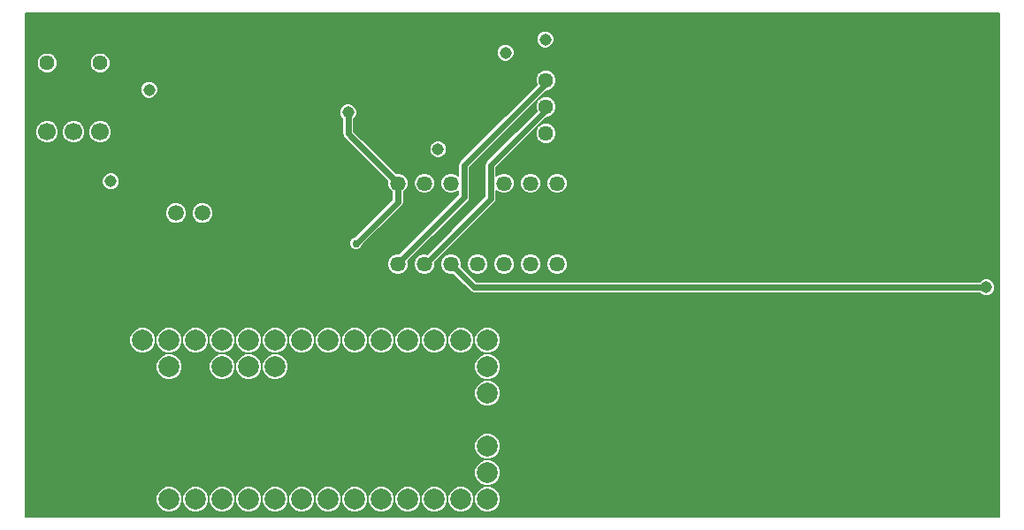
<source format=gbr>
G04 #@! TF.FileFunction,Copper,L2,Bot,Signal*
%FSLAX46Y46*%
G04 Gerber Fmt 4.6, Leading zero omitted, Abs format (unit mm)*
G04 Created by KiCad (PCBNEW 4.0.7) date 02/10/18 23:58:03*
%MOMM*%
%LPD*%
G01*
G04 APERTURE LIST*
%ADD10C,0.100000*%
%ADD11C,0.762000*%
%ADD12C,1.460000*%
%ADD13C,1.440000*%
%ADD14C,1.520000*%
%ADD15R,1.520000X1.520000*%
%ADD16C,2.000000*%
%ADD17C,1.143000*%
%ADD18C,1.700000*%
%ADD19R,4.500000X1.400000*%
%ADD20C,0.572381*%
%ADD21C,0.177800*%
G04 APERTURE END LIST*
D10*
D11*
X100770600Y-42191600D03*
X99043400Y-43410800D03*
X118652200Y-42191600D03*
X116874200Y-43360000D03*
X113411000Y-70942200D03*
X123737800Y-65065000D03*
X121705800Y-63795000D03*
X113286200Y-66893800D03*
X98503400Y-69992600D03*
X119737800Y-63795000D03*
X113309400Y-68859400D03*
X123598600Y-40022800D03*
X119941000Y-39972000D03*
X117096200Y-48166400D03*
X117096200Y-45016800D03*
X92786200Y-45491400D03*
X110769400Y-45389800D03*
X110820200Y-42595800D03*
X110769400Y-39852600D03*
X99286200Y-48131200D03*
X99337000Y-44829200D03*
X101826200Y-44727600D03*
X102537400Y-47166000D03*
X110363000Y-37465000D03*
X108483400Y-37465000D03*
X92938600Y-42341800D03*
X94462600Y-42341800D03*
X95769800Y-40093200D03*
X93687000Y-40093200D03*
X75687000Y-55966000D03*
X83687000Y-38366000D03*
X83687000Y-36166000D03*
X81687000Y-36166000D03*
X87687000Y-44966000D03*
X87687000Y-42766000D03*
X87687000Y-40566000D03*
X87687000Y-38366000D03*
X87687000Y-36166000D03*
X87687000Y-33966000D03*
X89687000Y-47166000D03*
X47687000Y-44966000D03*
X69687000Y-53766000D03*
X75687000Y-49366000D03*
D12*
X72070000Y-47174000D03*
X74610000Y-47174000D03*
X77150000Y-47174000D03*
X79690000Y-47174000D03*
X82230000Y-47174000D03*
X84770000Y-47174000D03*
X87310000Y-47174000D03*
X72070000Y-54934000D03*
X74610000Y-54934000D03*
X77150000Y-54934000D03*
X79690000Y-54934000D03*
X82230000Y-54934000D03*
X84770000Y-54934000D03*
X87310000Y-54934000D03*
D11*
X73687000Y-49366000D03*
X73731000Y-45004000D03*
X93687000Y-47166000D03*
X109687000Y-49366000D03*
X113687000Y-55966000D03*
X119687000Y-62525000D03*
X123687000Y-62525000D03*
X121687000Y-62525000D03*
X103687000Y-71325000D03*
X103687000Y-66925000D03*
X103687000Y-69125000D03*
X116052600Y-65049400D03*
X115687000Y-62525000D03*
X97687000Y-71325000D03*
X95687000Y-71325000D03*
X87687000Y-73525000D03*
X89687000Y-73525000D03*
X91687000Y-73525000D03*
X93687000Y-73525000D03*
X95687000Y-73525000D03*
X95687000Y-66925000D03*
X97687000Y-66925000D03*
X95687000Y-64725000D03*
X97687000Y-64725000D03*
X95687000Y-62525000D03*
X97687000Y-62525000D03*
X89687000Y-62525000D03*
X87687000Y-62525000D03*
X83687000Y-71325000D03*
X85687000Y-71325000D03*
X83687000Y-69125000D03*
X85687000Y-69125000D03*
X83687000Y-64725000D03*
X85687000Y-64725000D03*
X95687000Y-55966000D03*
X89687000Y-55966000D03*
X101687000Y-55966000D03*
X107687000Y-55966000D03*
X119687000Y-55966000D03*
X117687000Y-40566000D03*
X99687000Y-40566000D03*
X89687000Y-44966000D03*
X89687000Y-42766000D03*
X89687000Y-40566000D03*
X89687000Y-38366000D03*
X89687000Y-36166000D03*
X93687000Y-51566000D03*
X93687000Y-49366000D03*
X89687000Y-53766000D03*
X89687000Y-49366000D03*
X87687000Y-49366000D03*
X85687000Y-49366000D03*
X83687000Y-49366000D03*
X81687000Y-49366000D03*
X101687000Y-49366000D03*
X101687000Y-53766000D03*
X101687000Y-51566000D03*
X101687000Y-38366000D03*
X99687000Y-38366000D03*
X97687000Y-38366000D03*
X95687000Y-38366000D03*
X93687000Y-38366000D03*
X127687000Y-75725000D03*
X125687000Y-75725000D03*
X127687000Y-69125000D03*
X125687000Y-69125000D03*
X127687000Y-38366000D03*
X125687000Y-38366000D03*
X127687000Y-31766000D03*
X125687000Y-31766000D03*
X55687000Y-33966000D03*
X57687000Y-33966000D03*
X53687000Y-33966000D03*
X51687000Y-33966000D03*
X53687000Y-36166000D03*
X51687000Y-36166000D03*
X51687000Y-42766000D03*
X53687000Y-40566000D03*
X51687000Y-40566000D03*
X39687000Y-38366000D03*
X41687000Y-38366000D03*
X43687000Y-38366000D03*
X45687000Y-38366000D03*
X45687000Y-36166000D03*
X47687000Y-36166000D03*
X37687000Y-33966000D03*
X39687000Y-33966000D03*
X41687000Y-33966000D03*
X43687000Y-33966000D03*
X45687000Y-33966000D03*
X47687000Y-33966000D03*
X39687000Y-40566000D03*
X41687000Y-40566000D03*
X43687000Y-40566000D03*
X45687000Y-40566000D03*
X39687000Y-44966000D03*
X43687000Y-44966000D03*
X45687000Y-44966000D03*
X47687000Y-47166000D03*
X49687000Y-47166000D03*
X49687000Y-44966000D03*
X49687000Y-42766000D03*
X49687000Y-40566000D03*
X49687000Y-36166000D03*
X49687000Y-33966000D03*
X91687000Y-51566000D03*
X89687000Y-51566000D03*
X87687000Y-51566000D03*
X85687000Y-51566000D03*
X83687000Y-51566000D03*
X81687000Y-51566000D03*
X79687000Y-51566000D03*
X57687000Y-53766000D03*
X71687000Y-51566000D03*
X67687000Y-51566000D03*
X57687000Y-51566000D03*
X37687000Y-31766000D03*
X39687000Y-31766000D03*
X41687000Y-31766000D03*
X43687000Y-31766000D03*
X45687000Y-31766000D03*
X47687000Y-31766000D03*
X49687000Y-31766000D03*
X51687000Y-31766000D03*
X53687000Y-31766000D03*
X55687000Y-31766000D03*
X57687000Y-31766000D03*
X59687000Y-31766000D03*
X61687000Y-31766000D03*
X63687000Y-31766000D03*
X65687000Y-31766000D03*
X67687000Y-31766000D03*
X69687000Y-31766000D03*
X71687000Y-31766000D03*
X73687000Y-31766000D03*
X75687000Y-31766000D03*
X77687000Y-31766000D03*
X79687000Y-31766000D03*
X81687000Y-31766000D03*
X83687000Y-31766000D03*
X85687000Y-31766000D03*
X87687000Y-31766000D03*
X71704000Y-45011000D03*
X67673000Y-45072000D03*
X59687000Y-42766000D03*
X57687000Y-42766000D03*
X65687000Y-42766000D03*
X63687000Y-42766000D03*
X55687000Y-51566000D03*
X55687000Y-53766000D03*
X55687000Y-55966000D03*
X53687000Y-51566000D03*
X53687000Y-53766000D03*
X53687000Y-55966000D03*
X47687000Y-51566000D03*
X47687000Y-53766000D03*
X47687000Y-55966000D03*
X45687000Y-55966000D03*
X45687000Y-53766000D03*
X45687000Y-51566000D03*
X43687000Y-55966000D03*
X43687000Y-53766000D03*
X43687000Y-51566000D03*
X39687000Y-51566000D03*
X39687000Y-53766000D03*
X39687000Y-55966000D03*
X45687000Y-49366000D03*
X43687000Y-49366000D03*
X37687000Y-49366000D03*
X37687000Y-51566000D03*
X37687000Y-53766000D03*
X37687000Y-55966000D03*
X107687000Y-40566000D03*
X105687000Y-40566000D03*
X107687000Y-42766000D03*
X105687000Y-42766000D03*
X107687000Y-44966000D03*
X105687000Y-44966000D03*
X107687000Y-47166000D03*
X105687000Y-47166000D03*
X105687000Y-49366000D03*
X105687000Y-51566000D03*
X105687000Y-53766000D03*
X107687000Y-53766000D03*
X107687000Y-51566000D03*
X107687000Y-49366000D03*
X111687000Y-51566000D03*
X111687000Y-49366000D03*
X93687000Y-36166000D03*
X95687000Y-36166000D03*
X97687000Y-36166000D03*
X99687000Y-36166000D03*
X101687000Y-36166000D03*
X103687000Y-36166000D03*
X105687000Y-36166000D03*
X107687000Y-36166000D03*
X109687000Y-36166000D03*
X111687000Y-36166000D03*
X113687000Y-36166000D03*
X115687000Y-36166000D03*
X117687000Y-36166000D03*
X119687000Y-36166000D03*
X121687000Y-36166000D03*
X123687000Y-36166000D03*
X119687000Y-42766000D03*
X119687000Y-44966000D03*
X111687000Y-55966000D03*
X117687000Y-49366000D03*
X119687000Y-49366000D03*
X117687000Y-51566000D03*
X119687000Y-51566000D03*
X117687000Y-53766000D03*
X119687000Y-53766000D03*
X115687000Y-38366000D03*
X117687000Y-38366000D03*
X119687000Y-38366000D03*
X121687000Y-38366000D03*
X89687000Y-33966000D03*
X93687000Y-33966000D03*
X95687000Y-33966000D03*
X97687000Y-33966000D03*
X99687000Y-33966000D03*
X101687000Y-33966000D03*
X103687000Y-33966000D03*
X105687000Y-33966000D03*
X107687000Y-33966000D03*
X109687000Y-33966000D03*
X111687000Y-33966000D03*
X113687000Y-33966000D03*
X115687000Y-33966000D03*
X117687000Y-33966000D03*
X119687000Y-33966000D03*
X121687000Y-33966000D03*
X123687000Y-33966000D03*
X89687000Y-31766000D03*
X91687000Y-31766000D03*
X93687000Y-31766000D03*
X95687000Y-31766000D03*
X97687000Y-31766000D03*
X99687000Y-31766000D03*
X101687000Y-31766000D03*
X103687000Y-31766000D03*
X105687000Y-31766000D03*
X107687000Y-31766000D03*
X109687000Y-31766000D03*
X111687000Y-31766000D03*
X113687000Y-31766000D03*
X115687000Y-31766000D03*
X117687000Y-31766000D03*
X119687000Y-31766000D03*
X121687000Y-31766000D03*
X123687000Y-31766000D03*
X123687000Y-38366000D03*
X123687000Y-42766000D03*
X123687000Y-44966000D03*
X123687000Y-47166000D03*
X123687000Y-49366000D03*
X123687000Y-51566000D03*
X123687000Y-53766000D03*
X127687000Y-40566000D03*
X127687000Y-42766000D03*
X127687000Y-44966000D03*
X127687000Y-47166000D03*
X127687000Y-49366000D03*
X127687000Y-51566000D03*
X127687000Y-53766000D03*
X127687000Y-55966000D03*
X123687000Y-55966000D03*
X117687000Y-55966000D03*
X127687000Y-66925000D03*
X125687000Y-66925000D03*
X123687000Y-66925000D03*
X121687000Y-66925000D03*
X119687000Y-66925000D03*
X117687000Y-66925000D03*
X117687000Y-62525000D03*
X113687000Y-62525000D03*
X111687000Y-66925000D03*
X111687000Y-64725000D03*
X111687000Y-62525000D03*
X103687000Y-64725000D03*
X103687000Y-62525000D03*
X99687000Y-66925000D03*
X99687000Y-64725000D03*
X99687000Y-62525000D03*
X101687000Y-62525000D03*
X101687000Y-64725000D03*
X121687000Y-69125000D03*
X119687000Y-69125000D03*
X117687000Y-69125000D03*
X115687000Y-69125000D03*
X123698000Y-70991000D03*
X121698000Y-70991000D03*
X119698000Y-70991000D03*
X117698000Y-70991000D03*
X115698000Y-70991000D03*
X101687000Y-66925000D03*
X101687000Y-69125000D03*
X105687000Y-66925000D03*
X105687000Y-69125000D03*
X111687000Y-69125000D03*
X115687000Y-69125000D03*
X117687000Y-69125000D03*
X119687000Y-69125000D03*
X123687000Y-69125000D03*
X121687000Y-69125000D03*
X123687000Y-73525000D03*
X121687000Y-73525000D03*
X119687000Y-73525000D03*
X117687000Y-73525000D03*
X115687000Y-73525000D03*
X113687000Y-73525000D03*
X111687000Y-73525000D03*
X109687000Y-73525000D03*
X107687000Y-73525000D03*
X105687000Y-73525000D03*
X103687000Y-73525000D03*
X101687000Y-73525000D03*
X99687000Y-73525000D03*
X97687000Y-73525000D03*
X127687000Y-77925000D03*
X125687000Y-77925000D03*
X123687000Y-77925000D03*
X121687000Y-77925000D03*
X119687000Y-77925000D03*
X117687000Y-77925000D03*
X115687000Y-77925000D03*
X113687000Y-77925000D03*
X111687000Y-77925000D03*
X109687000Y-77925000D03*
X107687000Y-77925000D03*
X105687000Y-77925000D03*
X103687000Y-77925000D03*
X101687000Y-77925000D03*
X99687000Y-77925000D03*
X97687000Y-77925000D03*
X95687000Y-77925000D03*
X93687000Y-77925000D03*
X91687000Y-77925000D03*
X89687000Y-77925000D03*
X123687000Y-75725000D03*
X121687000Y-75725000D03*
X119687000Y-75725000D03*
X117687000Y-75725000D03*
X115687000Y-75725000D03*
X113687000Y-75725000D03*
X111687000Y-75725000D03*
X109687000Y-75725000D03*
X107687000Y-75725000D03*
X105687000Y-75725000D03*
X103687000Y-75725000D03*
X101687000Y-75725000D03*
X99687000Y-75725000D03*
X97687000Y-75725000D03*
X95687000Y-75725000D03*
X93687000Y-75725000D03*
X91687000Y-75725000D03*
X89687000Y-75725000D03*
X85687000Y-73525000D03*
X83687000Y-73525000D03*
X85687000Y-62525000D03*
X83687000Y-62525000D03*
X93687000Y-71325000D03*
X91687000Y-71325000D03*
X89687000Y-71325000D03*
X93687000Y-69125000D03*
X91687000Y-69125000D03*
X89687000Y-69125000D03*
X93687000Y-66925000D03*
X91687000Y-66925000D03*
X89687000Y-66925000D03*
X93687000Y-64725000D03*
X91687000Y-64725000D03*
X89687000Y-64725000D03*
X83687000Y-77925000D03*
X85687000Y-77925000D03*
X83687000Y-75725000D03*
X85687000Y-75725000D03*
X87687000Y-77925000D03*
X87687000Y-75725000D03*
X87687000Y-71325000D03*
X87687000Y-69125000D03*
X87687000Y-66925000D03*
X87687000Y-64725000D03*
X77687000Y-64725000D03*
X75687000Y-64725000D03*
X73687000Y-64725000D03*
X71687000Y-64725000D03*
X69687000Y-64725000D03*
X67687000Y-64725000D03*
X65687000Y-64725000D03*
X63687000Y-64725000D03*
X45687000Y-77925000D03*
X43687000Y-77925000D03*
X41687000Y-77925000D03*
X39687000Y-77925000D03*
X77687000Y-75725000D03*
X75687000Y-75725000D03*
X73687000Y-75725000D03*
X71687000Y-75725000D03*
X69687000Y-75725000D03*
X67687000Y-75725000D03*
X65687000Y-75725000D03*
X63687000Y-75725000D03*
X61687000Y-75725000D03*
X59687000Y-75725000D03*
X57687000Y-75725000D03*
X55687000Y-75725000D03*
X53687000Y-75725000D03*
X51687000Y-75725000D03*
X49687000Y-75725000D03*
X47687000Y-75725000D03*
X45687000Y-75725000D03*
X43687000Y-75725000D03*
X41687000Y-75725000D03*
X39687000Y-75725000D03*
X77687000Y-73525000D03*
X75687000Y-73525000D03*
X73687000Y-73525000D03*
X71687000Y-73525000D03*
X69687000Y-73525000D03*
X67687000Y-73525000D03*
X65687000Y-73525000D03*
X63687000Y-73525000D03*
X61687000Y-73525000D03*
X59687000Y-73525000D03*
X57687000Y-73525000D03*
X55687000Y-73525000D03*
X53687000Y-73525000D03*
X51687000Y-73525000D03*
X49687000Y-73525000D03*
X47687000Y-73525000D03*
X45687000Y-73525000D03*
X43687000Y-73525000D03*
X41687000Y-73525000D03*
X39687000Y-73525000D03*
X77687000Y-71325000D03*
X75687000Y-71325000D03*
X73687000Y-71325000D03*
X71687000Y-71325000D03*
X69687000Y-71325000D03*
X67687000Y-71325000D03*
X65687000Y-71325000D03*
X63687000Y-71325000D03*
X61687000Y-71325000D03*
X59687000Y-71325000D03*
X57687000Y-71325000D03*
X55687000Y-71325000D03*
X53687000Y-71325000D03*
X51687000Y-71325000D03*
X49687000Y-71325000D03*
X47687000Y-71325000D03*
X45687000Y-71325000D03*
X43687000Y-71325000D03*
X41687000Y-71325000D03*
X39687000Y-71325000D03*
X77687000Y-69125000D03*
X75687000Y-69125000D03*
X73687000Y-69125000D03*
X71687000Y-69125000D03*
X69687000Y-69125000D03*
X67687000Y-69125000D03*
X65687000Y-69125000D03*
X63687000Y-69125000D03*
X61687000Y-69125000D03*
X59687000Y-69125000D03*
X57687000Y-69125000D03*
X55687000Y-69125000D03*
X53687000Y-69125000D03*
X51687000Y-69125000D03*
X49687000Y-69125000D03*
X47687000Y-69125000D03*
X45687000Y-69125000D03*
X43687000Y-69125000D03*
X41687000Y-69125000D03*
X39687000Y-69125000D03*
X77687000Y-66925000D03*
X75687000Y-66925000D03*
X73687000Y-66925000D03*
X71687000Y-66925000D03*
X69687000Y-66925000D03*
X67687000Y-66925000D03*
X65687000Y-66925000D03*
X63687000Y-66925000D03*
X61687000Y-66925000D03*
X59687000Y-66925000D03*
X57687000Y-66925000D03*
X55687000Y-66925000D03*
X53687000Y-66925000D03*
X51687000Y-66925000D03*
X49687000Y-66925000D03*
X47687000Y-66925000D03*
X45687000Y-66925000D03*
X43687000Y-66925000D03*
X41687000Y-66925000D03*
X39687000Y-66925000D03*
X37687000Y-77925000D03*
X37687000Y-75725000D03*
X37687000Y-73525000D03*
X37687000Y-71325000D03*
X37687000Y-69125000D03*
X37687000Y-66925000D03*
X47687000Y-64725000D03*
X45687000Y-64725000D03*
X43687000Y-64725000D03*
X41687000Y-64725000D03*
X39687000Y-64725000D03*
X37687000Y-64725000D03*
X45687000Y-62525000D03*
X43687000Y-62525000D03*
X41687000Y-62525000D03*
X39687000Y-62525000D03*
X37687000Y-62525000D03*
X121687000Y-60325000D03*
X123687000Y-60325000D03*
X119687000Y-60325000D03*
X117687000Y-60325000D03*
X115687000Y-60325000D03*
X113687000Y-60325000D03*
X111687000Y-60325000D03*
X109687000Y-60325000D03*
X107687000Y-60325000D03*
X103687000Y-60325000D03*
X101687000Y-60325000D03*
X99687000Y-60325000D03*
X97687000Y-60325000D03*
X95687000Y-60325000D03*
X93687000Y-60325000D03*
X87687000Y-60325000D03*
X85687000Y-60325000D03*
X83687000Y-60325000D03*
X81687000Y-60325000D03*
X79687000Y-60325000D03*
X77687000Y-60325000D03*
X75687000Y-60325000D03*
X73687000Y-60325000D03*
X71687000Y-60325000D03*
X69687000Y-60325000D03*
X67687000Y-60325000D03*
X65687000Y-60325000D03*
X63687000Y-60325000D03*
X61687000Y-60325000D03*
X59687000Y-60325000D03*
X57687000Y-60325000D03*
X55687000Y-60325000D03*
X53687000Y-60325000D03*
X51687000Y-60325000D03*
X49687000Y-60325000D03*
X47687000Y-60325000D03*
X43687000Y-60325000D03*
X41687000Y-60325000D03*
X39687000Y-60325000D03*
X37687000Y-60325000D03*
X123687000Y-58166000D03*
X121687000Y-58166000D03*
X117687000Y-58039000D03*
X115687000Y-58039000D03*
X111687000Y-58039000D03*
X109687000Y-58039000D03*
X105664000Y-58039000D03*
X103632000Y-58039000D03*
X99695000Y-58039000D03*
X93687000Y-58039000D03*
X87687000Y-58039000D03*
X85687000Y-58039000D03*
X83687000Y-58039000D03*
X81687000Y-58039000D03*
X79687000Y-58039000D03*
X73687000Y-58102500D03*
X71687000Y-58102500D03*
X69687000Y-58102500D03*
X67687000Y-58102500D03*
X65687000Y-58102500D03*
X63687000Y-58102500D03*
X61687000Y-58102500D03*
X59687000Y-58102500D03*
X57687000Y-58039000D03*
X55687000Y-58039000D03*
X53687000Y-58039000D03*
X51687000Y-58039000D03*
X47687000Y-58039000D03*
X45687000Y-58039000D03*
X41687000Y-58166000D03*
X39687000Y-58166000D03*
X37687000Y-58166000D03*
D13*
X86233000Y-37312600D03*
X86233000Y-39852600D03*
X86233000Y-42392600D03*
X38481000Y-35636200D03*
X41021000Y-35636200D03*
X43561000Y-35636200D03*
D14*
X50800000Y-50038000D03*
X53340000Y-50038000D03*
D15*
X48260000Y-50038000D03*
D16*
X47625000Y-77470000D03*
X50165000Y-77470000D03*
X52705000Y-77470000D03*
X55245000Y-77470000D03*
X57785000Y-77470000D03*
X60325000Y-77470000D03*
X62865000Y-77470000D03*
X65405000Y-77470000D03*
X67945000Y-77470000D03*
X70485000Y-77470000D03*
X73025000Y-77470000D03*
X75565000Y-77470000D03*
X78105000Y-77470000D03*
X80645000Y-77470000D03*
X80645000Y-74930000D03*
X80645000Y-72390000D03*
X80645000Y-69850000D03*
X80645000Y-67310000D03*
X80645000Y-64770000D03*
X80645000Y-62230000D03*
X78105000Y-62230000D03*
X75565000Y-62230000D03*
X73025000Y-62230000D03*
X70485000Y-62230000D03*
X67945000Y-62230000D03*
X65405000Y-62230000D03*
X62865000Y-62230000D03*
X60325000Y-62230000D03*
X57785000Y-62230000D03*
X55245000Y-62230000D03*
X52705000Y-62230000D03*
X50165000Y-62230000D03*
X47625000Y-62230000D03*
X50165000Y-64770000D03*
X55245000Y-64770000D03*
X57785000Y-64770000D03*
X60325000Y-64770000D03*
D17*
X86182200Y-33401000D03*
X48260000Y-38227000D03*
X52197000Y-38227000D03*
X44577000Y-46990000D03*
X75920600Y-43916600D03*
X82372200Y-34671000D03*
X128397000Y-57150000D03*
X67310000Y-40386000D03*
D18*
X41021000Y-42240200D03*
X43561000Y-42240200D03*
X38481000Y-42240200D03*
D11*
X108458000Y-69596000D03*
X108458000Y-70529000D03*
X108458000Y-71462000D03*
X109568000Y-69596000D03*
X107348000Y-69596000D03*
D19*
X127282000Y-37827000D03*
X127282000Y-32277000D03*
X127218000Y-69411000D03*
X127218000Y-74961000D03*
D11*
X68072000Y-52959000D03*
D20*
X128397000Y-57150000D02*
X79366000Y-57150000D01*
X79366000Y-57150000D02*
X77150000Y-54934000D01*
X67310000Y-40386000D02*
X67310000Y-42414000D01*
X67310000Y-42414000D02*
X72070000Y-47174000D01*
X68072000Y-52959000D02*
X72070000Y-48961000D01*
X72070000Y-48961000D02*
X72070000Y-47174000D01*
X86233000Y-39852600D02*
X86233000Y-40157400D01*
X86233000Y-40157400D02*
X80949800Y-45440600D01*
X74656800Y-54934000D02*
X80949800Y-48641000D01*
X80949800Y-48641000D02*
X80949800Y-45440600D01*
X74610000Y-54934000D02*
X74656800Y-54934000D01*
X74610000Y-54934000D02*
X74610000Y-54930000D01*
X86233000Y-37312600D02*
X86233000Y-37617400D01*
X86233000Y-37617400D02*
X78409800Y-45440600D01*
X78409800Y-48488600D02*
X78409800Y-45440600D01*
X72070000Y-54828400D02*
X78409800Y-48488600D01*
X72070000Y-54934000D02*
X72070000Y-54828400D01*
X72070000Y-54934000D02*
X72066000Y-54934000D01*
X74610000Y-47174000D02*
X74111000Y-47174000D01*
D21*
G36*
X129606300Y-79106300D02*
X36393700Y-79106300D01*
X36393700Y-77720857D01*
X48898081Y-77720857D01*
X49090518Y-78186590D01*
X49446535Y-78543230D01*
X49911932Y-78736480D01*
X50415857Y-78736919D01*
X50881590Y-78544482D01*
X51238230Y-78188465D01*
X51431480Y-77723068D01*
X51431481Y-77720857D01*
X51438081Y-77720857D01*
X51630518Y-78186590D01*
X51986535Y-78543230D01*
X52451932Y-78736480D01*
X52955857Y-78736919D01*
X53421590Y-78544482D01*
X53778230Y-78188465D01*
X53971480Y-77723068D01*
X53971481Y-77720857D01*
X53978081Y-77720857D01*
X54170518Y-78186590D01*
X54526535Y-78543230D01*
X54991932Y-78736480D01*
X55495857Y-78736919D01*
X55961590Y-78544482D01*
X56318230Y-78188465D01*
X56511480Y-77723068D01*
X56511481Y-77720857D01*
X56518081Y-77720857D01*
X56710518Y-78186590D01*
X57066535Y-78543230D01*
X57531932Y-78736480D01*
X58035857Y-78736919D01*
X58501590Y-78544482D01*
X58858230Y-78188465D01*
X59051480Y-77723068D01*
X59051481Y-77720857D01*
X59058081Y-77720857D01*
X59250518Y-78186590D01*
X59606535Y-78543230D01*
X60071932Y-78736480D01*
X60575857Y-78736919D01*
X61041590Y-78544482D01*
X61398230Y-78188465D01*
X61591480Y-77723068D01*
X61591481Y-77720857D01*
X61598081Y-77720857D01*
X61790518Y-78186590D01*
X62146535Y-78543230D01*
X62611932Y-78736480D01*
X63115857Y-78736919D01*
X63581590Y-78544482D01*
X63938230Y-78188465D01*
X64131480Y-77723068D01*
X64131481Y-77720857D01*
X64138081Y-77720857D01*
X64330518Y-78186590D01*
X64686535Y-78543230D01*
X65151932Y-78736480D01*
X65655857Y-78736919D01*
X66121590Y-78544482D01*
X66478230Y-78188465D01*
X66671480Y-77723068D01*
X66671481Y-77720857D01*
X66678081Y-77720857D01*
X66870518Y-78186590D01*
X67226535Y-78543230D01*
X67691932Y-78736480D01*
X68195857Y-78736919D01*
X68661590Y-78544482D01*
X69018230Y-78188465D01*
X69211480Y-77723068D01*
X69211481Y-77720857D01*
X69218081Y-77720857D01*
X69410518Y-78186590D01*
X69766535Y-78543230D01*
X70231932Y-78736480D01*
X70735857Y-78736919D01*
X71201590Y-78544482D01*
X71558230Y-78188465D01*
X71751480Y-77723068D01*
X71751481Y-77720857D01*
X71758081Y-77720857D01*
X71950518Y-78186590D01*
X72306535Y-78543230D01*
X72771932Y-78736480D01*
X73275857Y-78736919D01*
X73741590Y-78544482D01*
X74098230Y-78188465D01*
X74291480Y-77723068D01*
X74291481Y-77720857D01*
X74298081Y-77720857D01*
X74490518Y-78186590D01*
X74846535Y-78543230D01*
X75311932Y-78736480D01*
X75815857Y-78736919D01*
X76281590Y-78544482D01*
X76638230Y-78188465D01*
X76831480Y-77723068D01*
X76831481Y-77720857D01*
X76838081Y-77720857D01*
X77030518Y-78186590D01*
X77386535Y-78543230D01*
X77851932Y-78736480D01*
X78355857Y-78736919D01*
X78821590Y-78544482D01*
X79178230Y-78188465D01*
X79371480Y-77723068D01*
X79371481Y-77720857D01*
X79378081Y-77720857D01*
X79570518Y-78186590D01*
X79926535Y-78543230D01*
X80391932Y-78736480D01*
X80895857Y-78736919D01*
X81361590Y-78544482D01*
X81718230Y-78188465D01*
X81911480Y-77723068D01*
X81911919Y-77219143D01*
X81719482Y-76753410D01*
X81363465Y-76396770D01*
X80898068Y-76203520D01*
X80394143Y-76203081D01*
X79928410Y-76395518D01*
X79571770Y-76751535D01*
X79378520Y-77216932D01*
X79378081Y-77720857D01*
X79371481Y-77720857D01*
X79371919Y-77219143D01*
X79179482Y-76753410D01*
X78823465Y-76396770D01*
X78358068Y-76203520D01*
X77854143Y-76203081D01*
X77388410Y-76395518D01*
X77031770Y-76751535D01*
X76838520Y-77216932D01*
X76838081Y-77720857D01*
X76831481Y-77720857D01*
X76831919Y-77219143D01*
X76639482Y-76753410D01*
X76283465Y-76396770D01*
X75818068Y-76203520D01*
X75314143Y-76203081D01*
X74848410Y-76395518D01*
X74491770Y-76751535D01*
X74298520Y-77216932D01*
X74298081Y-77720857D01*
X74291481Y-77720857D01*
X74291919Y-77219143D01*
X74099482Y-76753410D01*
X73743465Y-76396770D01*
X73278068Y-76203520D01*
X72774143Y-76203081D01*
X72308410Y-76395518D01*
X71951770Y-76751535D01*
X71758520Y-77216932D01*
X71758081Y-77720857D01*
X71751481Y-77720857D01*
X71751919Y-77219143D01*
X71559482Y-76753410D01*
X71203465Y-76396770D01*
X70738068Y-76203520D01*
X70234143Y-76203081D01*
X69768410Y-76395518D01*
X69411770Y-76751535D01*
X69218520Y-77216932D01*
X69218081Y-77720857D01*
X69211481Y-77720857D01*
X69211919Y-77219143D01*
X69019482Y-76753410D01*
X68663465Y-76396770D01*
X68198068Y-76203520D01*
X67694143Y-76203081D01*
X67228410Y-76395518D01*
X66871770Y-76751535D01*
X66678520Y-77216932D01*
X66678081Y-77720857D01*
X66671481Y-77720857D01*
X66671919Y-77219143D01*
X66479482Y-76753410D01*
X66123465Y-76396770D01*
X65658068Y-76203520D01*
X65154143Y-76203081D01*
X64688410Y-76395518D01*
X64331770Y-76751535D01*
X64138520Y-77216932D01*
X64138081Y-77720857D01*
X64131481Y-77720857D01*
X64131919Y-77219143D01*
X63939482Y-76753410D01*
X63583465Y-76396770D01*
X63118068Y-76203520D01*
X62614143Y-76203081D01*
X62148410Y-76395518D01*
X61791770Y-76751535D01*
X61598520Y-77216932D01*
X61598081Y-77720857D01*
X61591481Y-77720857D01*
X61591919Y-77219143D01*
X61399482Y-76753410D01*
X61043465Y-76396770D01*
X60578068Y-76203520D01*
X60074143Y-76203081D01*
X59608410Y-76395518D01*
X59251770Y-76751535D01*
X59058520Y-77216932D01*
X59058081Y-77720857D01*
X59051481Y-77720857D01*
X59051919Y-77219143D01*
X58859482Y-76753410D01*
X58503465Y-76396770D01*
X58038068Y-76203520D01*
X57534143Y-76203081D01*
X57068410Y-76395518D01*
X56711770Y-76751535D01*
X56518520Y-77216932D01*
X56518081Y-77720857D01*
X56511481Y-77720857D01*
X56511919Y-77219143D01*
X56319482Y-76753410D01*
X55963465Y-76396770D01*
X55498068Y-76203520D01*
X54994143Y-76203081D01*
X54528410Y-76395518D01*
X54171770Y-76751535D01*
X53978520Y-77216932D01*
X53978081Y-77720857D01*
X53971481Y-77720857D01*
X53971919Y-77219143D01*
X53779482Y-76753410D01*
X53423465Y-76396770D01*
X52958068Y-76203520D01*
X52454143Y-76203081D01*
X51988410Y-76395518D01*
X51631770Y-76751535D01*
X51438520Y-77216932D01*
X51438081Y-77720857D01*
X51431481Y-77720857D01*
X51431919Y-77219143D01*
X51239482Y-76753410D01*
X50883465Y-76396770D01*
X50418068Y-76203520D01*
X49914143Y-76203081D01*
X49448410Y-76395518D01*
X49091770Y-76751535D01*
X48898520Y-77216932D01*
X48898081Y-77720857D01*
X36393700Y-77720857D01*
X36393700Y-75180857D01*
X79378081Y-75180857D01*
X79570518Y-75646590D01*
X79926535Y-76003230D01*
X80391932Y-76196480D01*
X80895857Y-76196919D01*
X81361590Y-76004482D01*
X81718230Y-75648465D01*
X81911480Y-75183068D01*
X81911919Y-74679143D01*
X81719482Y-74213410D01*
X81363465Y-73856770D01*
X80898068Y-73663520D01*
X80394143Y-73663081D01*
X79928410Y-73855518D01*
X79571770Y-74211535D01*
X79378520Y-74676932D01*
X79378081Y-75180857D01*
X36393700Y-75180857D01*
X36393700Y-72640857D01*
X79378081Y-72640857D01*
X79570518Y-73106590D01*
X79926535Y-73463230D01*
X80391932Y-73656480D01*
X80895857Y-73656919D01*
X81361590Y-73464482D01*
X81718230Y-73108465D01*
X81911480Y-72643068D01*
X81911919Y-72139143D01*
X81719482Y-71673410D01*
X81363465Y-71316770D01*
X80898068Y-71123520D01*
X80394143Y-71123081D01*
X79928410Y-71315518D01*
X79571770Y-71671535D01*
X79378520Y-72136932D01*
X79378081Y-72640857D01*
X36393700Y-72640857D01*
X36393700Y-67560857D01*
X79378081Y-67560857D01*
X79570518Y-68026590D01*
X79926535Y-68383230D01*
X80391932Y-68576480D01*
X80895857Y-68576919D01*
X81361590Y-68384482D01*
X81718230Y-68028465D01*
X81911480Y-67563068D01*
X81911919Y-67059143D01*
X81719482Y-66593410D01*
X81363465Y-66236770D01*
X80898068Y-66043520D01*
X80394143Y-66043081D01*
X79928410Y-66235518D01*
X79571770Y-66591535D01*
X79378520Y-67056932D01*
X79378081Y-67560857D01*
X36393700Y-67560857D01*
X36393700Y-65020857D01*
X48898081Y-65020857D01*
X49090518Y-65486590D01*
X49446535Y-65843230D01*
X49911932Y-66036480D01*
X50415857Y-66036919D01*
X50881590Y-65844482D01*
X51238230Y-65488465D01*
X51431480Y-65023068D01*
X51431481Y-65020857D01*
X53978081Y-65020857D01*
X54170518Y-65486590D01*
X54526535Y-65843230D01*
X54991932Y-66036480D01*
X55495857Y-66036919D01*
X55961590Y-65844482D01*
X56318230Y-65488465D01*
X56511480Y-65023068D01*
X56511481Y-65020857D01*
X56518081Y-65020857D01*
X56710518Y-65486590D01*
X57066535Y-65843230D01*
X57531932Y-66036480D01*
X58035857Y-66036919D01*
X58501590Y-65844482D01*
X58858230Y-65488465D01*
X59051480Y-65023068D01*
X59051481Y-65020857D01*
X59058081Y-65020857D01*
X59250518Y-65486590D01*
X59606535Y-65843230D01*
X60071932Y-66036480D01*
X60575857Y-66036919D01*
X61041590Y-65844482D01*
X61398230Y-65488465D01*
X61591480Y-65023068D01*
X61591481Y-65020857D01*
X79378081Y-65020857D01*
X79570518Y-65486590D01*
X79926535Y-65843230D01*
X80391932Y-66036480D01*
X80895857Y-66036919D01*
X81361590Y-65844482D01*
X81718230Y-65488465D01*
X81911480Y-65023068D01*
X81911919Y-64519143D01*
X81719482Y-64053410D01*
X81363465Y-63696770D01*
X80898068Y-63503520D01*
X80394143Y-63503081D01*
X79928410Y-63695518D01*
X79571770Y-64051535D01*
X79378520Y-64516932D01*
X79378081Y-65020857D01*
X61591481Y-65020857D01*
X61591919Y-64519143D01*
X61399482Y-64053410D01*
X61043465Y-63696770D01*
X60578068Y-63503520D01*
X60074143Y-63503081D01*
X59608410Y-63695518D01*
X59251770Y-64051535D01*
X59058520Y-64516932D01*
X59058081Y-65020857D01*
X59051481Y-65020857D01*
X59051919Y-64519143D01*
X58859482Y-64053410D01*
X58503465Y-63696770D01*
X58038068Y-63503520D01*
X57534143Y-63503081D01*
X57068410Y-63695518D01*
X56711770Y-64051535D01*
X56518520Y-64516932D01*
X56518081Y-65020857D01*
X56511481Y-65020857D01*
X56511919Y-64519143D01*
X56319482Y-64053410D01*
X55963465Y-63696770D01*
X55498068Y-63503520D01*
X54994143Y-63503081D01*
X54528410Y-63695518D01*
X54171770Y-64051535D01*
X53978520Y-64516932D01*
X53978081Y-65020857D01*
X51431481Y-65020857D01*
X51431919Y-64519143D01*
X51239482Y-64053410D01*
X50883465Y-63696770D01*
X50418068Y-63503520D01*
X49914143Y-63503081D01*
X49448410Y-63695518D01*
X49091770Y-64051535D01*
X48898520Y-64516932D01*
X48898081Y-65020857D01*
X36393700Y-65020857D01*
X36393700Y-62480857D01*
X46358081Y-62480857D01*
X46550518Y-62946590D01*
X46906535Y-63303230D01*
X47371932Y-63496480D01*
X47875857Y-63496919D01*
X48341590Y-63304482D01*
X48698230Y-62948465D01*
X48891480Y-62483068D01*
X48891481Y-62480857D01*
X48898081Y-62480857D01*
X49090518Y-62946590D01*
X49446535Y-63303230D01*
X49911932Y-63496480D01*
X50415857Y-63496919D01*
X50881590Y-63304482D01*
X51238230Y-62948465D01*
X51431480Y-62483068D01*
X51431481Y-62480857D01*
X51438081Y-62480857D01*
X51630518Y-62946590D01*
X51986535Y-63303230D01*
X52451932Y-63496480D01*
X52955857Y-63496919D01*
X53421590Y-63304482D01*
X53778230Y-62948465D01*
X53971480Y-62483068D01*
X53971481Y-62480857D01*
X53978081Y-62480857D01*
X54170518Y-62946590D01*
X54526535Y-63303230D01*
X54991932Y-63496480D01*
X55495857Y-63496919D01*
X55961590Y-63304482D01*
X56318230Y-62948465D01*
X56511480Y-62483068D01*
X56511481Y-62480857D01*
X56518081Y-62480857D01*
X56710518Y-62946590D01*
X57066535Y-63303230D01*
X57531932Y-63496480D01*
X58035857Y-63496919D01*
X58501590Y-63304482D01*
X58858230Y-62948465D01*
X59051480Y-62483068D01*
X59051481Y-62480857D01*
X59058081Y-62480857D01*
X59250518Y-62946590D01*
X59606535Y-63303230D01*
X60071932Y-63496480D01*
X60575857Y-63496919D01*
X61041590Y-63304482D01*
X61398230Y-62948465D01*
X61591480Y-62483068D01*
X61591481Y-62480857D01*
X61598081Y-62480857D01*
X61790518Y-62946590D01*
X62146535Y-63303230D01*
X62611932Y-63496480D01*
X63115857Y-63496919D01*
X63581590Y-63304482D01*
X63938230Y-62948465D01*
X64131480Y-62483068D01*
X64131481Y-62480857D01*
X64138081Y-62480857D01*
X64330518Y-62946590D01*
X64686535Y-63303230D01*
X65151932Y-63496480D01*
X65655857Y-63496919D01*
X66121590Y-63304482D01*
X66478230Y-62948465D01*
X66671480Y-62483068D01*
X66671481Y-62480857D01*
X66678081Y-62480857D01*
X66870518Y-62946590D01*
X67226535Y-63303230D01*
X67691932Y-63496480D01*
X68195857Y-63496919D01*
X68661590Y-63304482D01*
X69018230Y-62948465D01*
X69211480Y-62483068D01*
X69211481Y-62480857D01*
X69218081Y-62480857D01*
X69410518Y-62946590D01*
X69766535Y-63303230D01*
X70231932Y-63496480D01*
X70735857Y-63496919D01*
X71201590Y-63304482D01*
X71558230Y-62948465D01*
X71751480Y-62483068D01*
X71751481Y-62480857D01*
X71758081Y-62480857D01*
X71950518Y-62946590D01*
X72306535Y-63303230D01*
X72771932Y-63496480D01*
X73275857Y-63496919D01*
X73741590Y-63304482D01*
X74098230Y-62948465D01*
X74291480Y-62483068D01*
X74291481Y-62480857D01*
X74298081Y-62480857D01*
X74490518Y-62946590D01*
X74846535Y-63303230D01*
X75311932Y-63496480D01*
X75815857Y-63496919D01*
X76281590Y-63304482D01*
X76638230Y-62948465D01*
X76831480Y-62483068D01*
X76831481Y-62480857D01*
X76838081Y-62480857D01*
X77030518Y-62946590D01*
X77386535Y-63303230D01*
X77851932Y-63496480D01*
X78355857Y-63496919D01*
X78821590Y-63304482D01*
X79178230Y-62948465D01*
X79371480Y-62483068D01*
X79371481Y-62480857D01*
X79378081Y-62480857D01*
X79570518Y-62946590D01*
X79926535Y-63303230D01*
X80391932Y-63496480D01*
X80895857Y-63496919D01*
X81361590Y-63304482D01*
X81718230Y-62948465D01*
X81911480Y-62483068D01*
X81911919Y-61979143D01*
X81719482Y-61513410D01*
X81363465Y-61156770D01*
X80898068Y-60963520D01*
X80394143Y-60963081D01*
X79928410Y-61155518D01*
X79571770Y-61511535D01*
X79378520Y-61976932D01*
X79378081Y-62480857D01*
X79371481Y-62480857D01*
X79371919Y-61979143D01*
X79179482Y-61513410D01*
X78823465Y-61156770D01*
X78358068Y-60963520D01*
X77854143Y-60963081D01*
X77388410Y-61155518D01*
X77031770Y-61511535D01*
X76838520Y-61976932D01*
X76838081Y-62480857D01*
X76831481Y-62480857D01*
X76831919Y-61979143D01*
X76639482Y-61513410D01*
X76283465Y-61156770D01*
X75818068Y-60963520D01*
X75314143Y-60963081D01*
X74848410Y-61155518D01*
X74491770Y-61511535D01*
X74298520Y-61976932D01*
X74298081Y-62480857D01*
X74291481Y-62480857D01*
X74291919Y-61979143D01*
X74099482Y-61513410D01*
X73743465Y-61156770D01*
X73278068Y-60963520D01*
X72774143Y-60963081D01*
X72308410Y-61155518D01*
X71951770Y-61511535D01*
X71758520Y-61976932D01*
X71758081Y-62480857D01*
X71751481Y-62480857D01*
X71751919Y-61979143D01*
X71559482Y-61513410D01*
X71203465Y-61156770D01*
X70738068Y-60963520D01*
X70234143Y-60963081D01*
X69768410Y-61155518D01*
X69411770Y-61511535D01*
X69218520Y-61976932D01*
X69218081Y-62480857D01*
X69211481Y-62480857D01*
X69211919Y-61979143D01*
X69019482Y-61513410D01*
X68663465Y-61156770D01*
X68198068Y-60963520D01*
X67694143Y-60963081D01*
X67228410Y-61155518D01*
X66871770Y-61511535D01*
X66678520Y-61976932D01*
X66678081Y-62480857D01*
X66671481Y-62480857D01*
X66671919Y-61979143D01*
X66479482Y-61513410D01*
X66123465Y-61156770D01*
X65658068Y-60963520D01*
X65154143Y-60963081D01*
X64688410Y-61155518D01*
X64331770Y-61511535D01*
X64138520Y-61976932D01*
X64138081Y-62480857D01*
X64131481Y-62480857D01*
X64131919Y-61979143D01*
X63939482Y-61513410D01*
X63583465Y-61156770D01*
X63118068Y-60963520D01*
X62614143Y-60963081D01*
X62148410Y-61155518D01*
X61791770Y-61511535D01*
X61598520Y-61976932D01*
X61598081Y-62480857D01*
X61591481Y-62480857D01*
X61591919Y-61979143D01*
X61399482Y-61513410D01*
X61043465Y-61156770D01*
X60578068Y-60963520D01*
X60074143Y-60963081D01*
X59608410Y-61155518D01*
X59251770Y-61511535D01*
X59058520Y-61976932D01*
X59058081Y-62480857D01*
X59051481Y-62480857D01*
X59051919Y-61979143D01*
X58859482Y-61513410D01*
X58503465Y-61156770D01*
X58038068Y-60963520D01*
X57534143Y-60963081D01*
X57068410Y-61155518D01*
X56711770Y-61511535D01*
X56518520Y-61976932D01*
X56518081Y-62480857D01*
X56511481Y-62480857D01*
X56511919Y-61979143D01*
X56319482Y-61513410D01*
X55963465Y-61156770D01*
X55498068Y-60963520D01*
X54994143Y-60963081D01*
X54528410Y-61155518D01*
X54171770Y-61511535D01*
X53978520Y-61976932D01*
X53978081Y-62480857D01*
X53971481Y-62480857D01*
X53971919Y-61979143D01*
X53779482Y-61513410D01*
X53423465Y-61156770D01*
X52958068Y-60963520D01*
X52454143Y-60963081D01*
X51988410Y-61155518D01*
X51631770Y-61511535D01*
X51438520Y-61976932D01*
X51438081Y-62480857D01*
X51431481Y-62480857D01*
X51431919Y-61979143D01*
X51239482Y-61513410D01*
X50883465Y-61156770D01*
X50418068Y-60963520D01*
X49914143Y-60963081D01*
X49448410Y-61155518D01*
X49091770Y-61511535D01*
X48898520Y-61976932D01*
X48898081Y-62480857D01*
X48891481Y-62480857D01*
X48891919Y-61979143D01*
X48699482Y-61513410D01*
X48343465Y-61156770D01*
X47878068Y-60963520D01*
X47374143Y-60963081D01*
X46908410Y-61155518D01*
X46551770Y-61511535D01*
X46358520Y-61976932D01*
X46358081Y-62480857D01*
X36393700Y-62480857D01*
X36393700Y-55131386D01*
X71073127Y-55131386D01*
X71224546Y-55497848D01*
X71504677Y-55778469D01*
X71870874Y-55930527D01*
X72267386Y-55930873D01*
X72633848Y-55779454D01*
X72914469Y-55499323D01*
X73066527Y-55133126D01*
X73066528Y-55131386D01*
X73613127Y-55131386D01*
X73764546Y-55497848D01*
X74044677Y-55778469D01*
X74410874Y-55930527D01*
X74807386Y-55930873D01*
X75173848Y-55779454D01*
X75454469Y-55499323D01*
X75606527Y-55133126D01*
X75606528Y-55131386D01*
X76153127Y-55131386D01*
X76304546Y-55497848D01*
X76584677Y-55778469D01*
X76950874Y-55930527D01*
X77347386Y-55930873D01*
X77359828Y-55925732D01*
X78975048Y-57540952D01*
X79154418Y-57660804D01*
X79366000Y-57702890D01*
X127764566Y-57702890D01*
X127921578Y-57860177D01*
X128229540Y-57988054D01*
X128562997Y-57988345D01*
X128871182Y-57861005D01*
X129107177Y-57625422D01*
X129235054Y-57317460D01*
X129235345Y-56984003D01*
X129108005Y-56675818D01*
X128872422Y-56439823D01*
X128564460Y-56311946D01*
X128231003Y-56311655D01*
X127922818Y-56438995D01*
X127764426Y-56597110D01*
X79595014Y-56597110D01*
X78141980Y-55144076D01*
X78146527Y-55133126D01*
X78146528Y-55131386D01*
X78693127Y-55131386D01*
X78844546Y-55497848D01*
X79124677Y-55778469D01*
X79490874Y-55930527D01*
X79887386Y-55930873D01*
X80253848Y-55779454D01*
X80534469Y-55499323D01*
X80686527Y-55133126D01*
X80686528Y-55131386D01*
X81233127Y-55131386D01*
X81384546Y-55497848D01*
X81664677Y-55778469D01*
X82030874Y-55930527D01*
X82427386Y-55930873D01*
X82793848Y-55779454D01*
X83074469Y-55499323D01*
X83226527Y-55133126D01*
X83226528Y-55131386D01*
X83773127Y-55131386D01*
X83924546Y-55497848D01*
X84204677Y-55778469D01*
X84570874Y-55930527D01*
X84967386Y-55930873D01*
X85333848Y-55779454D01*
X85614469Y-55499323D01*
X85766527Y-55133126D01*
X85766528Y-55131386D01*
X86313127Y-55131386D01*
X86464546Y-55497848D01*
X86744677Y-55778469D01*
X87110874Y-55930527D01*
X87507386Y-55930873D01*
X87873848Y-55779454D01*
X88154469Y-55499323D01*
X88306527Y-55133126D01*
X88306873Y-54736614D01*
X88155454Y-54370152D01*
X87875323Y-54089531D01*
X87509126Y-53937473D01*
X87112614Y-53937127D01*
X86746152Y-54088546D01*
X86465531Y-54368677D01*
X86313473Y-54734874D01*
X86313127Y-55131386D01*
X85766528Y-55131386D01*
X85766873Y-54736614D01*
X85615454Y-54370152D01*
X85335323Y-54089531D01*
X84969126Y-53937473D01*
X84572614Y-53937127D01*
X84206152Y-54088546D01*
X83925531Y-54368677D01*
X83773473Y-54734874D01*
X83773127Y-55131386D01*
X83226528Y-55131386D01*
X83226873Y-54736614D01*
X83075454Y-54370152D01*
X82795323Y-54089531D01*
X82429126Y-53937473D01*
X82032614Y-53937127D01*
X81666152Y-54088546D01*
X81385531Y-54368677D01*
X81233473Y-54734874D01*
X81233127Y-55131386D01*
X80686528Y-55131386D01*
X80686873Y-54736614D01*
X80535454Y-54370152D01*
X80255323Y-54089531D01*
X79889126Y-53937473D01*
X79492614Y-53937127D01*
X79126152Y-54088546D01*
X78845531Y-54368677D01*
X78693473Y-54734874D01*
X78693127Y-55131386D01*
X78146528Y-55131386D01*
X78146873Y-54736614D01*
X77995454Y-54370152D01*
X77715323Y-54089531D01*
X77349126Y-53937473D01*
X76952614Y-53937127D01*
X76586152Y-54088546D01*
X76305531Y-54368677D01*
X76153473Y-54734874D01*
X76153127Y-55131386D01*
X75606528Y-55131386D01*
X75606847Y-54765857D01*
X81340752Y-49031952D01*
X81460604Y-48852582D01*
X81502690Y-48641000D01*
X81502690Y-47856199D01*
X81664677Y-48018469D01*
X82030874Y-48170527D01*
X82427386Y-48170873D01*
X82793848Y-48019454D01*
X83074469Y-47739323D01*
X83226527Y-47373126D01*
X83226528Y-47371386D01*
X83773127Y-47371386D01*
X83924546Y-47737848D01*
X84204677Y-48018469D01*
X84570874Y-48170527D01*
X84967386Y-48170873D01*
X85333848Y-48019454D01*
X85614469Y-47739323D01*
X85766527Y-47373126D01*
X85766528Y-47371386D01*
X86313127Y-47371386D01*
X86464546Y-47737848D01*
X86744677Y-48018469D01*
X87110874Y-48170527D01*
X87507386Y-48170873D01*
X87873848Y-48019454D01*
X88154469Y-47739323D01*
X88306527Y-47373126D01*
X88306873Y-46976614D01*
X88155454Y-46610152D01*
X87875323Y-46329531D01*
X87509126Y-46177473D01*
X87112614Y-46177127D01*
X86746152Y-46328546D01*
X86465531Y-46608677D01*
X86313473Y-46974874D01*
X86313127Y-47371386D01*
X85766528Y-47371386D01*
X85766873Y-46976614D01*
X85615454Y-46610152D01*
X85335323Y-46329531D01*
X84969126Y-46177473D01*
X84572614Y-46177127D01*
X84206152Y-46328546D01*
X83925531Y-46608677D01*
X83773473Y-46974874D01*
X83773127Y-47371386D01*
X83226528Y-47371386D01*
X83226873Y-46976614D01*
X83075454Y-46610152D01*
X82795323Y-46329531D01*
X82429126Y-46177473D01*
X82032614Y-46177127D01*
X81666152Y-46328546D01*
X81502690Y-46491723D01*
X81502690Y-45669614D01*
X84584298Y-42588006D01*
X85246129Y-42588006D01*
X85396028Y-42950791D01*
X85673349Y-43228596D01*
X86035872Y-43379129D01*
X86428406Y-43379471D01*
X86791191Y-43229572D01*
X87068996Y-42952251D01*
X87219529Y-42589728D01*
X87219871Y-42197194D01*
X87069972Y-41834409D01*
X86792651Y-41556604D01*
X86430128Y-41406071D01*
X86037594Y-41405729D01*
X85674809Y-41555628D01*
X85397004Y-41832949D01*
X85246471Y-42195472D01*
X85246129Y-42588006D01*
X84584298Y-42588006D01*
X86332916Y-40839388D01*
X86428406Y-40839471D01*
X86791191Y-40689572D01*
X87068996Y-40412251D01*
X87219529Y-40049728D01*
X87219871Y-39657194D01*
X87069972Y-39294409D01*
X86792651Y-39016604D01*
X86430128Y-38866071D01*
X86037594Y-38865729D01*
X85674809Y-39015628D01*
X85397004Y-39292949D01*
X85246471Y-39655472D01*
X85246129Y-40048006D01*
X85338042Y-40270454D01*
X80558848Y-45049648D01*
X80438996Y-45229018D01*
X80396910Y-45440600D01*
X80396910Y-48411986D01*
X74853145Y-53955751D01*
X74809126Y-53937473D01*
X74412614Y-53937127D01*
X74046152Y-54088546D01*
X73765531Y-54368677D01*
X73613473Y-54734874D01*
X73613127Y-55131386D01*
X73066528Y-55131386D01*
X73066873Y-54736614D01*
X73030857Y-54649447D01*
X78800752Y-48879552D01*
X78920604Y-48700182D01*
X78962690Y-48488600D01*
X78962690Y-45669614D01*
X86332917Y-38299388D01*
X86428406Y-38299471D01*
X86791191Y-38149572D01*
X87068996Y-37872251D01*
X87219529Y-37509728D01*
X87219871Y-37117194D01*
X87069972Y-36754409D01*
X86792651Y-36476604D01*
X86430128Y-36326071D01*
X86037594Y-36325729D01*
X85674809Y-36475628D01*
X85397004Y-36752949D01*
X85246471Y-37115472D01*
X85246129Y-37508006D01*
X85338042Y-37730453D01*
X78018848Y-45049648D01*
X77898996Y-45229018D01*
X77856910Y-45440600D01*
X77856910Y-46471366D01*
X77715323Y-46329531D01*
X77349126Y-46177473D01*
X76952614Y-46177127D01*
X76586152Y-46328546D01*
X76305531Y-46608677D01*
X76153473Y-46974874D01*
X76153127Y-47371386D01*
X76304546Y-47737848D01*
X76584677Y-48018469D01*
X76950874Y-48170527D01*
X77347386Y-48170873D01*
X77713848Y-48019454D01*
X77856910Y-47876642D01*
X77856910Y-48259586D01*
X72179102Y-53937394D01*
X71872614Y-53937127D01*
X71506152Y-54088546D01*
X71225531Y-54368677D01*
X71073473Y-54734874D01*
X71073127Y-55131386D01*
X36393700Y-55131386D01*
X36393700Y-50241327D01*
X49773122Y-50241327D01*
X49929099Y-50618819D01*
X50217662Y-50907886D01*
X50594881Y-51064521D01*
X51003327Y-51064878D01*
X51380819Y-50908901D01*
X51669886Y-50620338D01*
X51826521Y-50243119D01*
X51826522Y-50241327D01*
X52313122Y-50241327D01*
X52469099Y-50618819D01*
X52757662Y-50907886D01*
X53134881Y-51064521D01*
X53543327Y-51064878D01*
X53920819Y-50908901D01*
X54209886Y-50620338D01*
X54366521Y-50243119D01*
X54366878Y-49834673D01*
X54210901Y-49457181D01*
X53922338Y-49168114D01*
X53545119Y-49011479D01*
X53136673Y-49011122D01*
X52759181Y-49167099D01*
X52470114Y-49455662D01*
X52313479Y-49832881D01*
X52313122Y-50241327D01*
X51826522Y-50241327D01*
X51826878Y-49834673D01*
X51670901Y-49457181D01*
X51382338Y-49168114D01*
X51005119Y-49011479D01*
X50596673Y-49011122D01*
X50219181Y-49167099D01*
X49930114Y-49455662D01*
X49773479Y-49832881D01*
X49773122Y-50241327D01*
X36393700Y-50241327D01*
X36393700Y-47155997D01*
X43738655Y-47155997D01*
X43865995Y-47464182D01*
X44101578Y-47700177D01*
X44409540Y-47828054D01*
X44742997Y-47828345D01*
X45051182Y-47701005D01*
X45287177Y-47465422D01*
X45415054Y-47157460D01*
X45415345Y-46824003D01*
X45288005Y-46515818D01*
X45052422Y-46279823D01*
X44744460Y-46151946D01*
X44411003Y-46151655D01*
X44102818Y-46278995D01*
X43866823Y-46514578D01*
X43738946Y-46822540D01*
X43738655Y-47155997D01*
X36393700Y-47155997D01*
X36393700Y-42461351D01*
X37364107Y-42461351D01*
X37533756Y-42871933D01*
X37847615Y-43186340D01*
X38257900Y-43356705D01*
X38702151Y-43357093D01*
X39112733Y-43187444D01*
X39427140Y-42873585D01*
X39597505Y-42463300D01*
X39597506Y-42461351D01*
X39904107Y-42461351D01*
X40073756Y-42871933D01*
X40387615Y-43186340D01*
X40797900Y-43356705D01*
X41242151Y-43357093D01*
X41652733Y-43187444D01*
X41967140Y-42873585D01*
X42137505Y-42463300D01*
X42137506Y-42461351D01*
X42444107Y-42461351D01*
X42613756Y-42871933D01*
X42927615Y-43186340D01*
X43337900Y-43356705D01*
X43782151Y-43357093D01*
X44192733Y-43187444D01*
X44507140Y-42873585D01*
X44677505Y-42463300D01*
X44677893Y-42019049D01*
X44508244Y-41608467D01*
X44194385Y-41294060D01*
X43784100Y-41123695D01*
X43339849Y-41123307D01*
X42929267Y-41292956D01*
X42614860Y-41606815D01*
X42444495Y-42017100D01*
X42444107Y-42461351D01*
X42137506Y-42461351D01*
X42137893Y-42019049D01*
X41968244Y-41608467D01*
X41654385Y-41294060D01*
X41244100Y-41123695D01*
X40799849Y-41123307D01*
X40389267Y-41292956D01*
X40074860Y-41606815D01*
X39904495Y-42017100D01*
X39904107Y-42461351D01*
X39597506Y-42461351D01*
X39597893Y-42019049D01*
X39428244Y-41608467D01*
X39114385Y-41294060D01*
X38704100Y-41123695D01*
X38259849Y-41123307D01*
X37849267Y-41292956D01*
X37534860Y-41606815D01*
X37364495Y-42017100D01*
X37364107Y-42461351D01*
X36393700Y-42461351D01*
X36393700Y-40551997D01*
X66471655Y-40551997D01*
X66598995Y-40860182D01*
X66757110Y-41018574D01*
X66757110Y-42414000D01*
X66799196Y-42625582D01*
X66919048Y-42804952D01*
X71078020Y-46963924D01*
X71073473Y-46974874D01*
X71073127Y-47371386D01*
X71224546Y-47737848D01*
X71504677Y-48018469D01*
X71517110Y-48023632D01*
X71517110Y-48731986D01*
X67933809Y-52315287D01*
X67705587Y-52409587D01*
X67523227Y-52591628D01*
X67424413Y-52829599D01*
X67424188Y-53087270D01*
X67522587Y-53325413D01*
X67704628Y-53507773D01*
X67942599Y-53606587D01*
X68200270Y-53606812D01*
X68438413Y-53508413D01*
X68620773Y-53326372D01*
X68716096Y-53096808D01*
X72460952Y-49351952D01*
X72580804Y-49172582D01*
X72622890Y-48961000D01*
X72622890Y-48023982D01*
X72633848Y-48019454D01*
X72914469Y-47739323D01*
X73066527Y-47373126D01*
X73066700Y-47174000D01*
X73558110Y-47174000D01*
X73600196Y-47385582D01*
X73649451Y-47459297D01*
X73764546Y-47737848D01*
X74044677Y-48018469D01*
X74410874Y-48170527D01*
X74807386Y-48170873D01*
X75173848Y-48019454D01*
X75454469Y-47739323D01*
X75606527Y-47373126D01*
X75606873Y-46976614D01*
X75455454Y-46610152D01*
X75175323Y-46329531D01*
X74809126Y-46177473D01*
X74412614Y-46177127D01*
X74046152Y-46328546D01*
X73765531Y-46608677D01*
X73648931Y-46889481D01*
X73600196Y-46962418D01*
X73558110Y-47174000D01*
X73066700Y-47174000D01*
X73066873Y-46976614D01*
X72915454Y-46610152D01*
X72635323Y-46329531D01*
X72269126Y-46177473D01*
X71872614Y-46177127D01*
X71860173Y-46182268D01*
X69760502Y-44082597D01*
X75082255Y-44082597D01*
X75209595Y-44390782D01*
X75445178Y-44626777D01*
X75753140Y-44754654D01*
X76086597Y-44754945D01*
X76394782Y-44627605D01*
X76630777Y-44392022D01*
X76758654Y-44084060D01*
X76758945Y-43750603D01*
X76631605Y-43442418D01*
X76396022Y-43206423D01*
X76088060Y-43078546D01*
X75754603Y-43078255D01*
X75446418Y-43205595D01*
X75210423Y-43441178D01*
X75082546Y-43749140D01*
X75082255Y-44082597D01*
X69760502Y-44082597D01*
X67862890Y-42184986D01*
X67862890Y-41018434D01*
X68020177Y-40861422D01*
X68148054Y-40553460D01*
X68148345Y-40220003D01*
X68021005Y-39911818D01*
X67785422Y-39675823D01*
X67477460Y-39547946D01*
X67144003Y-39547655D01*
X66835818Y-39674995D01*
X66599823Y-39910578D01*
X66471946Y-40218540D01*
X66471655Y-40551997D01*
X36393700Y-40551997D01*
X36393700Y-38392997D01*
X47421655Y-38392997D01*
X47548995Y-38701182D01*
X47784578Y-38937177D01*
X48092540Y-39065054D01*
X48425997Y-39065345D01*
X48734182Y-38938005D01*
X48970177Y-38702422D01*
X49098054Y-38394460D01*
X49098345Y-38061003D01*
X48971005Y-37752818D01*
X48735422Y-37516823D01*
X48427460Y-37388946D01*
X48094003Y-37388655D01*
X47785818Y-37515995D01*
X47549823Y-37751578D01*
X47421946Y-38059540D01*
X47421655Y-38392997D01*
X36393700Y-38392997D01*
X36393700Y-35831606D01*
X37494129Y-35831606D01*
X37644028Y-36194391D01*
X37921349Y-36472196D01*
X38283872Y-36622729D01*
X38676406Y-36623071D01*
X39039191Y-36473172D01*
X39316996Y-36195851D01*
X39467529Y-35833328D01*
X39467530Y-35831606D01*
X42574129Y-35831606D01*
X42724028Y-36194391D01*
X43001349Y-36472196D01*
X43363872Y-36622729D01*
X43756406Y-36623071D01*
X44119191Y-36473172D01*
X44396996Y-36195851D01*
X44547529Y-35833328D01*
X44547871Y-35440794D01*
X44397972Y-35078009D01*
X44157380Y-34836997D01*
X81533855Y-34836997D01*
X81661195Y-35145182D01*
X81896778Y-35381177D01*
X82204740Y-35509054D01*
X82538197Y-35509345D01*
X82846382Y-35382005D01*
X83082377Y-35146422D01*
X83210254Y-34838460D01*
X83210545Y-34505003D01*
X83083205Y-34196818D01*
X82847622Y-33960823D01*
X82539660Y-33832946D01*
X82206203Y-33832655D01*
X81898018Y-33959995D01*
X81662023Y-34195578D01*
X81534146Y-34503540D01*
X81533855Y-34836997D01*
X44157380Y-34836997D01*
X44120651Y-34800204D01*
X43758128Y-34649671D01*
X43365594Y-34649329D01*
X43002809Y-34799228D01*
X42725004Y-35076549D01*
X42574471Y-35439072D01*
X42574129Y-35831606D01*
X39467530Y-35831606D01*
X39467871Y-35440794D01*
X39317972Y-35078009D01*
X39040651Y-34800204D01*
X38678128Y-34649671D01*
X38285594Y-34649329D01*
X37922809Y-34799228D01*
X37645004Y-35076549D01*
X37494471Y-35439072D01*
X37494129Y-35831606D01*
X36393700Y-35831606D01*
X36393700Y-33566997D01*
X85343855Y-33566997D01*
X85471195Y-33875182D01*
X85706778Y-34111177D01*
X86014740Y-34239054D01*
X86348197Y-34239345D01*
X86656382Y-34112005D01*
X86892377Y-33876422D01*
X87020254Y-33568460D01*
X87020545Y-33235003D01*
X86893205Y-32926818D01*
X86657622Y-32690823D01*
X86349660Y-32562946D01*
X86016203Y-32562655D01*
X85708018Y-32689995D01*
X85472023Y-32925578D01*
X85344146Y-33233540D01*
X85343855Y-33566997D01*
X36393700Y-33566997D01*
X36393700Y-30893700D01*
X129606300Y-30893700D01*
X129606300Y-79106300D01*
X129606300Y-79106300D01*
G37*
X129606300Y-79106300D02*
X36393700Y-79106300D01*
X36393700Y-77720857D01*
X48898081Y-77720857D01*
X49090518Y-78186590D01*
X49446535Y-78543230D01*
X49911932Y-78736480D01*
X50415857Y-78736919D01*
X50881590Y-78544482D01*
X51238230Y-78188465D01*
X51431480Y-77723068D01*
X51431481Y-77720857D01*
X51438081Y-77720857D01*
X51630518Y-78186590D01*
X51986535Y-78543230D01*
X52451932Y-78736480D01*
X52955857Y-78736919D01*
X53421590Y-78544482D01*
X53778230Y-78188465D01*
X53971480Y-77723068D01*
X53971481Y-77720857D01*
X53978081Y-77720857D01*
X54170518Y-78186590D01*
X54526535Y-78543230D01*
X54991932Y-78736480D01*
X55495857Y-78736919D01*
X55961590Y-78544482D01*
X56318230Y-78188465D01*
X56511480Y-77723068D01*
X56511481Y-77720857D01*
X56518081Y-77720857D01*
X56710518Y-78186590D01*
X57066535Y-78543230D01*
X57531932Y-78736480D01*
X58035857Y-78736919D01*
X58501590Y-78544482D01*
X58858230Y-78188465D01*
X59051480Y-77723068D01*
X59051481Y-77720857D01*
X59058081Y-77720857D01*
X59250518Y-78186590D01*
X59606535Y-78543230D01*
X60071932Y-78736480D01*
X60575857Y-78736919D01*
X61041590Y-78544482D01*
X61398230Y-78188465D01*
X61591480Y-77723068D01*
X61591481Y-77720857D01*
X61598081Y-77720857D01*
X61790518Y-78186590D01*
X62146535Y-78543230D01*
X62611932Y-78736480D01*
X63115857Y-78736919D01*
X63581590Y-78544482D01*
X63938230Y-78188465D01*
X64131480Y-77723068D01*
X64131481Y-77720857D01*
X64138081Y-77720857D01*
X64330518Y-78186590D01*
X64686535Y-78543230D01*
X65151932Y-78736480D01*
X65655857Y-78736919D01*
X66121590Y-78544482D01*
X66478230Y-78188465D01*
X66671480Y-77723068D01*
X66671481Y-77720857D01*
X66678081Y-77720857D01*
X66870518Y-78186590D01*
X67226535Y-78543230D01*
X67691932Y-78736480D01*
X68195857Y-78736919D01*
X68661590Y-78544482D01*
X69018230Y-78188465D01*
X69211480Y-77723068D01*
X69211481Y-77720857D01*
X69218081Y-77720857D01*
X69410518Y-78186590D01*
X69766535Y-78543230D01*
X70231932Y-78736480D01*
X70735857Y-78736919D01*
X71201590Y-78544482D01*
X71558230Y-78188465D01*
X71751480Y-77723068D01*
X71751481Y-77720857D01*
X71758081Y-77720857D01*
X71950518Y-78186590D01*
X72306535Y-78543230D01*
X72771932Y-78736480D01*
X73275857Y-78736919D01*
X73741590Y-78544482D01*
X74098230Y-78188465D01*
X74291480Y-77723068D01*
X74291481Y-77720857D01*
X74298081Y-77720857D01*
X74490518Y-78186590D01*
X74846535Y-78543230D01*
X75311932Y-78736480D01*
X75815857Y-78736919D01*
X76281590Y-78544482D01*
X76638230Y-78188465D01*
X76831480Y-77723068D01*
X76831481Y-77720857D01*
X76838081Y-77720857D01*
X77030518Y-78186590D01*
X77386535Y-78543230D01*
X77851932Y-78736480D01*
X78355857Y-78736919D01*
X78821590Y-78544482D01*
X79178230Y-78188465D01*
X79371480Y-77723068D01*
X79371481Y-77720857D01*
X79378081Y-77720857D01*
X79570518Y-78186590D01*
X79926535Y-78543230D01*
X80391932Y-78736480D01*
X80895857Y-78736919D01*
X81361590Y-78544482D01*
X81718230Y-78188465D01*
X81911480Y-77723068D01*
X81911919Y-77219143D01*
X81719482Y-76753410D01*
X81363465Y-76396770D01*
X80898068Y-76203520D01*
X80394143Y-76203081D01*
X79928410Y-76395518D01*
X79571770Y-76751535D01*
X79378520Y-77216932D01*
X79378081Y-77720857D01*
X79371481Y-77720857D01*
X79371919Y-77219143D01*
X79179482Y-76753410D01*
X78823465Y-76396770D01*
X78358068Y-76203520D01*
X77854143Y-76203081D01*
X77388410Y-76395518D01*
X77031770Y-76751535D01*
X76838520Y-77216932D01*
X76838081Y-77720857D01*
X76831481Y-77720857D01*
X76831919Y-77219143D01*
X76639482Y-76753410D01*
X76283465Y-76396770D01*
X75818068Y-76203520D01*
X75314143Y-76203081D01*
X74848410Y-76395518D01*
X74491770Y-76751535D01*
X74298520Y-77216932D01*
X74298081Y-77720857D01*
X74291481Y-77720857D01*
X74291919Y-77219143D01*
X74099482Y-76753410D01*
X73743465Y-76396770D01*
X73278068Y-76203520D01*
X72774143Y-76203081D01*
X72308410Y-76395518D01*
X71951770Y-76751535D01*
X71758520Y-77216932D01*
X71758081Y-77720857D01*
X71751481Y-77720857D01*
X71751919Y-77219143D01*
X71559482Y-76753410D01*
X71203465Y-76396770D01*
X70738068Y-76203520D01*
X70234143Y-76203081D01*
X69768410Y-76395518D01*
X69411770Y-76751535D01*
X69218520Y-77216932D01*
X69218081Y-77720857D01*
X69211481Y-77720857D01*
X69211919Y-77219143D01*
X69019482Y-76753410D01*
X68663465Y-76396770D01*
X68198068Y-76203520D01*
X67694143Y-76203081D01*
X67228410Y-76395518D01*
X66871770Y-76751535D01*
X66678520Y-77216932D01*
X66678081Y-77720857D01*
X66671481Y-77720857D01*
X66671919Y-77219143D01*
X66479482Y-76753410D01*
X66123465Y-76396770D01*
X65658068Y-76203520D01*
X65154143Y-76203081D01*
X64688410Y-76395518D01*
X64331770Y-76751535D01*
X64138520Y-77216932D01*
X64138081Y-77720857D01*
X64131481Y-77720857D01*
X64131919Y-77219143D01*
X63939482Y-76753410D01*
X63583465Y-76396770D01*
X63118068Y-76203520D01*
X62614143Y-76203081D01*
X62148410Y-76395518D01*
X61791770Y-76751535D01*
X61598520Y-77216932D01*
X61598081Y-77720857D01*
X61591481Y-77720857D01*
X61591919Y-77219143D01*
X61399482Y-76753410D01*
X61043465Y-76396770D01*
X60578068Y-76203520D01*
X60074143Y-76203081D01*
X59608410Y-76395518D01*
X59251770Y-76751535D01*
X59058520Y-77216932D01*
X59058081Y-77720857D01*
X59051481Y-77720857D01*
X59051919Y-77219143D01*
X58859482Y-76753410D01*
X58503465Y-76396770D01*
X58038068Y-76203520D01*
X57534143Y-76203081D01*
X57068410Y-76395518D01*
X56711770Y-76751535D01*
X56518520Y-77216932D01*
X56518081Y-77720857D01*
X56511481Y-77720857D01*
X56511919Y-77219143D01*
X56319482Y-76753410D01*
X55963465Y-76396770D01*
X55498068Y-76203520D01*
X54994143Y-76203081D01*
X54528410Y-76395518D01*
X54171770Y-76751535D01*
X53978520Y-77216932D01*
X53978081Y-77720857D01*
X53971481Y-77720857D01*
X53971919Y-77219143D01*
X53779482Y-76753410D01*
X53423465Y-76396770D01*
X52958068Y-76203520D01*
X52454143Y-76203081D01*
X51988410Y-76395518D01*
X51631770Y-76751535D01*
X51438520Y-77216932D01*
X51438081Y-77720857D01*
X51431481Y-77720857D01*
X51431919Y-77219143D01*
X51239482Y-76753410D01*
X50883465Y-76396770D01*
X50418068Y-76203520D01*
X49914143Y-76203081D01*
X49448410Y-76395518D01*
X49091770Y-76751535D01*
X48898520Y-77216932D01*
X48898081Y-77720857D01*
X36393700Y-77720857D01*
X36393700Y-75180857D01*
X79378081Y-75180857D01*
X79570518Y-75646590D01*
X79926535Y-76003230D01*
X80391932Y-76196480D01*
X80895857Y-76196919D01*
X81361590Y-76004482D01*
X81718230Y-75648465D01*
X81911480Y-75183068D01*
X81911919Y-74679143D01*
X81719482Y-74213410D01*
X81363465Y-73856770D01*
X80898068Y-73663520D01*
X80394143Y-73663081D01*
X79928410Y-73855518D01*
X79571770Y-74211535D01*
X79378520Y-74676932D01*
X79378081Y-75180857D01*
X36393700Y-75180857D01*
X36393700Y-72640857D01*
X79378081Y-72640857D01*
X79570518Y-73106590D01*
X79926535Y-73463230D01*
X80391932Y-73656480D01*
X80895857Y-73656919D01*
X81361590Y-73464482D01*
X81718230Y-73108465D01*
X81911480Y-72643068D01*
X81911919Y-72139143D01*
X81719482Y-71673410D01*
X81363465Y-71316770D01*
X80898068Y-71123520D01*
X80394143Y-71123081D01*
X79928410Y-71315518D01*
X79571770Y-71671535D01*
X79378520Y-72136932D01*
X79378081Y-72640857D01*
X36393700Y-72640857D01*
X36393700Y-67560857D01*
X79378081Y-67560857D01*
X79570518Y-68026590D01*
X79926535Y-68383230D01*
X80391932Y-68576480D01*
X80895857Y-68576919D01*
X81361590Y-68384482D01*
X81718230Y-68028465D01*
X81911480Y-67563068D01*
X81911919Y-67059143D01*
X81719482Y-66593410D01*
X81363465Y-66236770D01*
X80898068Y-66043520D01*
X80394143Y-66043081D01*
X79928410Y-66235518D01*
X79571770Y-66591535D01*
X79378520Y-67056932D01*
X79378081Y-67560857D01*
X36393700Y-67560857D01*
X36393700Y-65020857D01*
X48898081Y-65020857D01*
X49090518Y-65486590D01*
X49446535Y-65843230D01*
X49911932Y-66036480D01*
X50415857Y-66036919D01*
X50881590Y-65844482D01*
X51238230Y-65488465D01*
X51431480Y-65023068D01*
X51431481Y-65020857D01*
X53978081Y-65020857D01*
X54170518Y-65486590D01*
X54526535Y-65843230D01*
X54991932Y-66036480D01*
X55495857Y-66036919D01*
X55961590Y-65844482D01*
X56318230Y-65488465D01*
X56511480Y-65023068D01*
X56511481Y-65020857D01*
X56518081Y-65020857D01*
X56710518Y-65486590D01*
X57066535Y-65843230D01*
X57531932Y-66036480D01*
X58035857Y-66036919D01*
X58501590Y-65844482D01*
X58858230Y-65488465D01*
X59051480Y-65023068D01*
X59051481Y-65020857D01*
X59058081Y-65020857D01*
X59250518Y-65486590D01*
X59606535Y-65843230D01*
X60071932Y-66036480D01*
X60575857Y-66036919D01*
X61041590Y-65844482D01*
X61398230Y-65488465D01*
X61591480Y-65023068D01*
X61591481Y-65020857D01*
X79378081Y-65020857D01*
X79570518Y-65486590D01*
X79926535Y-65843230D01*
X80391932Y-66036480D01*
X80895857Y-66036919D01*
X81361590Y-65844482D01*
X81718230Y-65488465D01*
X81911480Y-65023068D01*
X81911919Y-64519143D01*
X81719482Y-64053410D01*
X81363465Y-63696770D01*
X80898068Y-63503520D01*
X80394143Y-63503081D01*
X79928410Y-63695518D01*
X79571770Y-64051535D01*
X79378520Y-64516932D01*
X79378081Y-65020857D01*
X61591481Y-65020857D01*
X61591919Y-64519143D01*
X61399482Y-64053410D01*
X61043465Y-63696770D01*
X60578068Y-63503520D01*
X60074143Y-63503081D01*
X59608410Y-63695518D01*
X59251770Y-64051535D01*
X59058520Y-64516932D01*
X59058081Y-65020857D01*
X59051481Y-65020857D01*
X59051919Y-64519143D01*
X58859482Y-64053410D01*
X58503465Y-63696770D01*
X58038068Y-63503520D01*
X57534143Y-63503081D01*
X57068410Y-63695518D01*
X56711770Y-64051535D01*
X56518520Y-64516932D01*
X56518081Y-65020857D01*
X56511481Y-65020857D01*
X56511919Y-64519143D01*
X56319482Y-64053410D01*
X55963465Y-63696770D01*
X55498068Y-63503520D01*
X54994143Y-63503081D01*
X54528410Y-63695518D01*
X54171770Y-64051535D01*
X53978520Y-64516932D01*
X53978081Y-65020857D01*
X51431481Y-65020857D01*
X51431919Y-64519143D01*
X51239482Y-64053410D01*
X50883465Y-63696770D01*
X50418068Y-63503520D01*
X49914143Y-63503081D01*
X49448410Y-63695518D01*
X49091770Y-64051535D01*
X48898520Y-64516932D01*
X48898081Y-65020857D01*
X36393700Y-65020857D01*
X36393700Y-62480857D01*
X46358081Y-62480857D01*
X46550518Y-62946590D01*
X46906535Y-63303230D01*
X47371932Y-63496480D01*
X47875857Y-63496919D01*
X48341590Y-63304482D01*
X48698230Y-62948465D01*
X48891480Y-62483068D01*
X48891481Y-62480857D01*
X48898081Y-62480857D01*
X49090518Y-62946590D01*
X49446535Y-63303230D01*
X49911932Y-63496480D01*
X50415857Y-63496919D01*
X50881590Y-63304482D01*
X51238230Y-62948465D01*
X51431480Y-62483068D01*
X51431481Y-62480857D01*
X51438081Y-62480857D01*
X51630518Y-62946590D01*
X51986535Y-63303230D01*
X52451932Y-63496480D01*
X52955857Y-63496919D01*
X53421590Y-63304482D01*
X53778230Y-62948465D01*
X53971480Y-62483068D01*
X53971481Y-62480857D01*
X53978081Y-62480857D01*
X54170518Y-62946590D01*
X54526535Y-63303230D01*
X54991932Y-63496480D01*
X55495857Y-63496919D01*
X55961590Y-63304482D01*
X56318230Y-62948465D01*
X56511480Y-62483068D01*
X56511481Y-62480857D01*
X56518081Y-62480857D01*
X56710518Y-62946590D01*
X57066535Y-63303230D01*
X57531932Y-63496480D01*
X58035857Y-63496919D01*
X58501590Y-63304482D01*
X58858230Y-62948465D01*
X59051480Y-62483068D01*
X59051481Y-62480857D01*
X59058081Y-62480857D01*
X59250518Y-62946590D01*
X59606535Y-63303230D01*
X60071932Y-63496480D01*
X60575857Y-63496919D01*
X61041590Y-63304482D01*
X61398230Y-62948465D01*
X61591480Y-62483068D01*
X61591481Y-62480857D01*
X61598081Y-62480857D01*
X61790518Y-62946590D01*
X62146535Y-63303230D01*
X62611932Y-63496480D01*
X63115857Y-63496919D01*
X63581590Y-63304482D01*
X63938230Y-62948465D01*
X64131480Y-62483068D01*
X64131481Y-62480857D01*
X64138081Y-62480857D01*
X64330518Y-62946590D01*
X64686535Y-63303230D01*
X65151932Y-63496480D01*
X65655857Y-63496919D01*
X66121590Y-63304482D01*
X66478230Y-62948465D01*
X66671480Y-62483068D01*
X66671481Y-62480857D01*
X66678081Y-62480857D01*
X66870518Y-62946590D01*
X67226535Y-63303230D01*
X67691932Y-63496480D01*
X68195857Y-63496919D01*
X68661590Y-63304482D01*
X69018230Y-62948465D01*
X69211480Y-62483068D01*
X69211481Y-62480857D01*
X69218081Y-62480857D01*
X69410518Y-62946590D01*
X69766535Y-63303230D01*
X70231932Y-63496480D01*
X70735857Y-63496919D01*
X71201590Y-63304482D01*
X71558230Y-62948465D01*
X71751480Y-62483068D01*
X71751481Y-62480857D01*
X71758081Y-62480857D01*
X71950518Y-62946590D01*
X72306535Y-63303230D01*
X72771932Y-63496480D01*
X73275857Y-63496919D01*
X73741590Y-63304482D01*
X74098230Y-62948465D01*
X74291480Y-62483068D01*
X74291481Y-62480857D01*
X74298081Y-62480857D01*
X74490518Y-62946590D01*
X74846535Y-63303230D01*
X75311932Y-63496480D01*
X75815857Y-63496919D01*
X76281590Y-63304482D01*
X76638230Y-62948465D01*
X76831480Y-62483068D01*
X76831481Y-62480857D01*
X76838081Y-62480857D01*
X77030518Y-62946590D01*
X77386535Y-63303230D01*
X77851932Y-63496480D01*
X78355857Y-63496919D01*
X78821590Y-63304482D01*
X79178230Y-62948465D01*
X79371480Y-62483068D01*
X79371481Y-62480857D01*
X79378081Y-62480857D01*
X79570518Y-62946590D01*
X79926535Y-63303230D01*
X80391932Y-63496480D01*
X80895857Y-63496919D01*
X81361590Y-63304482D01*
X81718230Y-62948465D01*
X81911480Y-62483068D01*
X81911919Y-61979143D01*
X81719482Y-61513410D01*
X81363465Y-61156770D01*
X80898068Y-60963520D01*
X80394143Y-60963081D01*
X79928410Y-61155518D01*
X79571770Y-61511535D01*
X79378520Y-61976932D01*
X79378081Y-62480857D01*
X79371481Y-62480857D01*
X79371919Y-61979143D01*
X79179482Y-61513410D01*
X78823465Y-61156770D01*
X78358068Y-60963520D01*
X77854143Y-60963081D01*
X77388410Y-61155518D01*
X77031770Y-61511535D01*
X76838520Y-61976932D01*
X76838081Y-62480857D01*
X76831481Y-62480857D01*
X76831919Y-61979143D01*
X76639482Y-61513410D01*
X76283465Y-61156770D01*
X75818068Y-60963520D01*
X75314143Y-60963081D01*
X74848410Y-61155518D01*
X74491770Y-61511535D01*
X74298520Y-61976932D01*
X74298081Y-62480857D01*
X74291481Y-62480857D01*
X74291919Y-61979143D01*
X74099482Y-61513410D01*
X73743465Y-61156770D01*
X73278068Y-60963520D01*
X72774143Y-60963081D01*
X72308410Y-61155518D01*
X71951770Y-61511535D01*
X71758520Y-61976932D01*
X71758081Y-62480857D01*
X71751481Y-62480857D01*
X71751919Y-61979143D01*
X71559482Y-61513410D01*
X71203465Y-61156770D01*
X70738068Y-60963520D01*
X70234143Y-60963081D01*
X69768410Y-61155518D01*
X69411770Y-61511535D01*
X69218520Y-61976932D01*
X69218081Y-62480857D01*
X69211481Y-62480857D01*
X69211919Y-61979143D01*
X69019482Y-61513410D01*
X68663465Y-61156770D01*
X68198068Y-60963520D01*
X67694143Y-60963081D01*
X67228410Y-61155518D01*
X66871770Y-61511535D01*
X66678520Y-61976932D01*
X66678081Y-62480857D01*
X66671481Y-62480857D01*
X66671919Y-61979143D01*
X66479482Y-61513410D01*
X66123465Y-61156770D01*
X65658068Y-60963520D01*
X65154143Y-60963081D01*
X64688410Y-61155518D01*
X64331770Y-61511535D01*
X64138520Y-61976932D01*
X64138081Y-62480857D01*
X64131481Y-62480857D01*
X64131919Y-61979143D01*
X63939482Y-61513410D01*
X63583465Y-61156770D01*
X63118068Y-60963520D01*
X62614143Y-60963081D01*
X62148410Y-61155518D01*
X61791770Y-61511535D01*
X61598520Y-61976932D01*
X61598081Y-62480857D01*
X61591481Y-62480857D01*
X61591919Y-61979143D01*
X61399482Y-61513410D01*
X61043465Y-61156770D01*
X60578068Y-60963520D01*
X60074143Y-60963081D01*
X59608410Y-61155518D01*
X59251770Y-61511535D01*
X59058520Y-61976932D01*
X59058081Y-62480857D01*
X59051481Y-62480857D01*
X59051919Y-61979143D01*
X58859482Y-61513410D01*
X58503465Y-61156770D01*
X58038068Y-60963520D01*
X57534143Y-60963081D01*
X57068410Y-61155518D01*
X56711770Y-61511535D01*
X56518520Y-61976932D01*
X56518081Y-62480857D01*
X56511481Y-62480857D01*
X56511919Y-61979143D01*
X56319482Y-61513410D01*
X55963465Y-61156770D01*
X55498068Y-60963520D01*
X54994143Y-60963081D01*
X54528410Y-61155518D01*
X54171770Y-61511535D01*
X53978520Y-61976932D01*
X53978081Y-62480857D01*
X53971481Y-62480857D01*
X53971919Y-61979143D01*
X53779482Y-61513410D01*
X53423465Y-61156770D01*
X52958068Y-60963520D01*
X52454143Y-60963081D01*
X51988410Y-61155518D01*
X51631770Y-61511535D01*
X51438520Y-61976932D01*
X51438081Y-62480857D01*
X51431481Y-62480857D01*
X51431919Y-61979143D01*
X51239482Y-61513410D01*
X50883465Y-61156770D01*
X50418068Y-60963520D01*
X49914143Y-60963081D01*
X49448410Y-61155518D01*
X49091770Y-61511535D01*
X48898520Y-61976932D01*
X48898081Y-62480857D01*
X48891481Y-62480857D01*
X48891919Y-61979143D01*
X48699482Y-61513410D01*
X48343465Y-61156770D01*
X47878068Y-60963520D01*
X47374143Y-60963081D01*
X46908410Y-61155518D01*
X46551770Y-61511535D01*
X46358520Y-61976932D01*
X46358081Y-62480857D01*
X36393700Y-62480857D01*
X36393700Y-55131386D01*
X71073127Y-55131386D01*
X71224546Y-55497848D01*
X71504677Y-55778469D01*
X71870874Y-55930527D01*
X72267386Y-55930873D01*
X72633848Y-55779454D01*
X72914469Y-55499323D01*
X73066527Y-55133126D01*
X73066528Y-55131386D01*
X73613127Y-55131386D01*
X73764546Y-55497848D01*
X74044677Y-55778469D01*
X74410874Y-55930527D01*
X74807386Y-55930873D01*
X75173848Y-55779454D01*
X75454469Y-55499323D01*
X75606527Y-55133126D01*
X75606528Y-55131386D01*
X76153127Y-55131386D01*
X76304546Y-55497848D01*
X76584677Y-55778469D01*
X76950874Y-55930527D01*
X77347386Y-55930873D01*
X77359828Y-55925732D01*
X78975048Y-57540952D01*
X79154418Y-57660804D01*
X79366000Y-57702890D01*
X127764566Y-57702890D01*
X127921578Y-57860177D01*
X128229540Y-57988054D01*
X128562997Y-57988345D01*
X128871182Y-57861005D01*
X129107177Y-57625422D01*
X129235054Y-57317460D01*
X129235345Y-56984003D01*
X129108005Y-56675818D01*
X128872422Y-56439823D01*
X128564460Y-56311946D01*
X128231003Y-56311655D01*
X127922818Y-56438995D01*
X127764426Y-56597110D01*
X79595014Y-56597110D01*
X78141980Y-55144076D01*
X78146527Y-55133126D01*
X78146528Y-55131386D01*
X78693127Y-55131386D01*
X78844546Y-55497848D01*
X79124677Y-55778469D01*
X79490874Y-55930527D01*
X79887386Y-55930873D01*
X80253848Y-55779454D01*
X80534469Y-55499323D01*
X80686527Y-55133126D01*
X80686528Y-55131386D01*
X81233127Y-55131386D01*
X81384546Y-55497848D01*
X81664677Y-55778469D01*
X82030874Y-55930527D01*
X82427386Y-55930873D01*
X82793848Y-55779454D01*
X83074469Y-55499323D01*
X83226527Y-55133126D01*
X83226528Y-55131386D01*
X83773127Y-55131386D01*
X83924546Y-55497848D01*
X84204677Y-55778469D01*
X84570874Y-55930527D01*
X84967386Y-55930873D01*
X85333848Y-55779454D01*
X85614469Y-55499323D01*
X85766527Y-55133126D01*
X85766528Y-55131386D01*
X86313127Y-55131386D01*
X86464546Y-55497848D01*
X86744677Y-55778469D01*
X87110874Y-55930527D01*
X87507386Y-55930873D01*
X87873848Y-55779454D01*
X88154469Y-55499323D01*
X88306527Y-55133126D01*
X88306873Y-54736614D01*
X88155454Y-54370152D01*
X87875323Y-54089531D01*
X87509126Y-53937473D01*
X87112614Y-53937127D01*
X86746152Y-54088546D01*
X86465531Y-54368677D01*
X86313473Y-54734874D01*
X86313127Y-55131386D01*
X85766528Y-55131386D01*
X85766873Y-54736614D01*
X85615454Y-54370152D01*
X85335323Y-54089531D01*
X84969126Y-53937473D01*
X84572614Y-53937127D01*
X84206152Y-54088546D01*
X83925531Y-54368677D01*
X83773473Y-54734874D01*
X83773127Y-55131386D01*
X83226528Y-55131386D01*
X83226873Y-54736614D01*
X83075454Y-54370152D01*
X82795323Y-54089531D01*
X82429126Y-53937473D01*
X82032614Y-53937127D01*
X81666152Y-54088546D01*
X81385531Y-54368677D01*
X81233473Y-54734874D01*
X81233127Y-55131386D01*
X80686528Y-55131386D01*
X80686873Y-54736614D01*
X80535454Y-54370152D01*
X80255323Y-54089531D01*
X79889126Y-53937473D01*
X79492614Y-53937127D01*
X79126152Y-54088546D01*
X78845531Y-54368677D01*
X78693473Y-54734874D01*
X78693127Y-55131386D01*
X78146528Y-55131386D01*
X78146873Y-54736614D01*
X77995454Y-54370152D01*
X77715323Y-54089531D01*
X77349126Y-53937473D01*
X76952614Y-53937127D01*
X76586152Y-54088546D01*
X76305531Y-54368677D01*
X76153473Y-54734874D01*
X76153127Y-55131386D01*
X75606528Y-55131386D01*
X75606847Y-54765857D01*
X81340752Y-49031952D01*
X81460604Y-48852582D01*
X81502690Y-48641000D01*
X81502690Y-47856199D01*
X81664677Y-48018469D01*
X82030874Y-48170527D01*
X82427386Y-48170873D01*
X82793848Y-48019454D01*
X83074469Y-47739323D01*
X83226527Y-47373126D01*
X83226528Y-47371386D01*
X83773127Y-47371386D01*
X83924546Y-47737848D01*
X84204677Y-48018469D01*
X84570874Y-48170527D01*
X84967386Y-48170873D01*
X85333848Y-48019454D01*
X85614469Y-47739323D01*
X85766527Y-47373126D01*
X85766528Y-47371386D01*
X86313127Y-47371386D01*
X86464546Y-47737848D01*
X86744677Y-48018469D01*
X87110874Y-48170527D01*
X87507386Y-48170873D01*
X87873848Y-48019454D01*
X88154469Y-47739323D01*
X88306527Y-47373126D01*
X88306873Y-46976614D01*
X88155454Y-46610152D01*
X87875323Y-46329531D01*
X87509126Y-46177473D01*
X87112614Y-46177127D01*
X86746152Y-46328546D01*
X86465531Y-46608677D01*
X86313473Y-46974874D01*
X86313127Y-47371386D01*
X85766528Y-47371386D01*
X85766873Y-46976614D01*
X85615454Y-46610152D01*
X85335323Y-46329531D01*
X84969126Y-46177473D01*
X84572614Y-46177127D01*
X84206152Y-46328546D01*
X83925531Y-46608677D01*
X83773473Y-46974874D01*
X83773127Y-47371386D01*
X83226528Y-47371386D01*
X83226873Y-46976614D01*
X83075454Y-46610152D01*
X82795323Y-46329531D01*
X82429126Y-46177473D01*
X82032614Y-46177127D01*
X81666152Y-46328546D01*
X81502690Y-46491723D01*
X81502690Y-45669614D01*
X84584298Y-42588006D01*
X85246129Y-42588006D01*
X85396028Y-42950791D01*
X85673349Y-43228596D01*
X86035872Y-43379129D01*
X86428406Y-43379471D01*
X86791191Y-43229572D01*
X87068996Y-42952251D01*
X87219529Y-42589728D01*
X87219871Y-42197194D01*
X87069972Y-41834409D01*
X86792651Y-41556604D01*
X86430128Y-41406071D01*
X86037594Y-41405729D01*
X85674809Y-41555628D01*
X85397004Y-41832949D01*
X85246471Y-42195472D01*
X85246129Y-42588006D01*
X84584298Y-42588006D01*
X86332916Y-40839388D01*
X86428406Y-40839471D01*
X86791191Y-40689572D01*
X87068996Y-40412251D01*
X87219529Y-40049728D01*
X87219871Y-39657194D01*
X87069972Y-39294409D01*
X86792651Y-39016604D01*
X86430128Y-38866071D01*
X86037594Y-38865729D01*
X85674809Y-39015628D01*
X85397004Y-39292949D01*
X85246471Y-39655472D01*
X85246129Y-40048006D01*
X85338042Y-40270454D01*
X80558848Y-45049648D01*
X80438996Y-45229018D01*
X80396910Y-45440600D01*
X80396910Y-48411986D01*
X74853145Y-53955751D01*
X74809126Y-53937473D01*
X74412614Y-53937127D01*
X74046152Y-54088546D01*
X73765531Y-54368677D01*
X73613473Y-54734874D01*
X73613127Y-55131386D01*
X73066528Y-55131386D01*
X73066873Y-54736614D01*
X73030857Y-54649447D01*
X78800752Y-48879552D01*
X78920604Y-48700182D01*
X78962690Y-48488600D01*
X78962690Y-45669614D01*
X86332917Y-38299388D01*
X86428406Y-38299471D01*
X86791191Y-38149572D01*
X87068996Y-37872251D01*
X87219529Y-37509728D01*
X87219871Y-37117194D01*
X87069972Y-36754409D01*
X86792651Y-36476604D01*
X86430128Y-36326071D01*
X86037594Y-36325729D01*
X85674809Y-36475628D01*
X85397004Y-36752949D01*
X85246471Y-37115472D01*
X85246129Y-37508006D01*
X85338042Y-37730453D01*
X78018848Y-45049648D01*
X77898996Y-45229018D01*
X77856910Y-45440600D01*
X77856910Y-46471366D01*
X77715323Y-46329531D01*
X77349126Y-46177473D01*
X76952614Y-46177127D01*
X76586152Y-46328546D01*
X76305531Y-46608677D01*
X76153473Y-46974874D01*
X76153127Y-47371386D01*
X76304546Y-47737848D01*
X76584677Y-48018469D01*
X76950874Y-48170527D01*
X77347386Y-48170873D01*
X77713848Y-48019454D01*
X77856910Y-47876642D01*
X77856910Y-48259586D01*
X72179102Y-53937394D01*
X71872614Y-53937127D01*
X71506152Y-54088546D01*
X71225531Y-54368677D01*
X71073473Y-54734874D01*
X71073127Y-55131386D01*
X36393700Y-55131386D01*
X36393700Y-50241327D01*
X49773122Y-50241327D01*
X49929099Y-50618819D01*
X50217662Y-50907886D01*
X50594881Y-51064521D01*
X51003327Y-51064878D01*
X51380819Y-50908901D01*
X51669886Y-50620338D01*
X51826521Y-50243119D01*
X51826522Y-50241327D01*
X52313122Y-50241327D01*
X52469099Y-50618819D01*
X52757662Y-50907886D01*
X53134881Y-51064521D01*
X53543327Y-51064878D01*
X53920819Y-50908901D01*
X54209886Y-50620338D01*
X54366521Y-50243119D01*
X54366878Y-49834673D01*
X54210901Y-49457181D01*
X53922338Y-49168114D01*
X53545119Y-49011479D01*
X53136673Y-49011122D01*
X52759181Y-49167099D01*
X52470114Y-49455662D01*
X52313479Y-49832881D01*
X52313122Y-50241327D01*
X51826522Y-50241327D01*
X51826878Y-49834673D01*
X51670901Y-49457181D01*
X51382338Y-49168114D01*
X51005119Y-49011479D01*
X50596673Y-49011122D01*
X50219181Y-49167099D01*
X49930114Y-49455662D01*
X49773479Y-49832881D01*
X49773122Y-50241327D01*
X36393700Y-50241327D01*
X36393700Y-47155997D01*
X43738655Y-47155997D01*
X43865995Y-47464182D01*
X44101578Y-47700177D01*
X44409540Y-47828054D01*
X44742997Y-47828345D01*
X45051182Y-47701005D01*
X45287177Y-47465422D01*
X45415054Y-47157460D01*
X45415345Y-46824003D01*
X45288005Y-46515818D01*
X45052422Y-46279823D01*
X44744460Y-46151946D01*
X44411003Y-46151655D01*
X44102818Y-46278995D01*
X43866823Y-46514578D01*
X43738946Y-46822540D01*
X43738655Y-47155997D01*
X36393700Y-47155997D01*
X36393700Y-42461351D01*
X37364107Y-42461351D01*
X37533756Y-42871933D01*
X37847615Y-43186340D01*
X38257900Y-43356705D01*
X38702151Y-43357093D01*
X39112733Y-43187444D01*
X39427140Y-42873585D01*
X39597505Y-42463300D01*
X39597506Y-42461351D01*
X39904107Y-42461351D01*
X40073756Y-42871933D01*
X40387615Y-43186340D01*
X40797900Y-43356705D01*
X41242151Y-43357093D01*
X41652733Y-43187444D01*
X41967140Y-42873585D01*
X42137505Y-42463300D01*
X42137506Y-42461351D01*
X42444107Y-42461351D01*
X42613756Y-42871933D01*
X42927615Y-43186340D01*
X43337900Y-43356705D01*
X43782151Y-43357093D01*
X44192733Y-43187444D01*
X44507140Y-42873585D01*
X44677505Y-42463300D01*
X44677893Y-42019049D01*
X44508244Y-41608467D01*
X44194385Y-41294060D01*
X43784100Y-41123695D01*
X43339849Y-41123307D01*
X42929267Y-41292956D01*
X42614860Y-41606815D01*
X42444495Y-42017100D01*
X42444107Y-42461351D01*
X42137506Y-42461351D01*
X42137893Y-42019049D01*
X41968244Y-41608467D01*
X41654385Y-41294060D01*
X41244100Y-41123695D01*
X40799849Y-41123307D01*
X40389267Y-41292956D01*
X40074860Y-41606815D01*
X39904495Y-42017100D01*
X39904107Y-42461351D01*
X39597506Y-42461351D01*
X39597893Y-42019049D01*
X39428244Y-41608467D01*
X39114385Y-41294060D01*
X38704100Y-41123695D01*
X38259849Y-41123307D01*
X37849267Y-41292956D01*
X37534860Y-41606815D01*
X37364495Y-42017100D01*
X37364107Y-42461351D01*
X36393700Y-42461351D01*
X36393700Y-40551997D01*
X66471655Y-40551997D01*
X66598995Y-40860182D01*
X66757110Y-41018574D01*
X66757110Y-42414000D01*
X66799196Y-42625582D01*
X66919048Y-42804952D01*
X71078020Y-46963924D01*
X71073473Y-46974874D01*
X71073127Y-47371386D01*
X71224546Y-47737848D01*
X71504677Y-48018469D01*
X71517110Y-48023632D01*
X71517110Y-48731986D01*
X67933809Y-52315287D01*
X67705587Y-52409587D01*
X67523227Y-52591628D01*
X67424413Y-52829599D01*
X67424188Y-53087270D01*
X67522587Y-53325413D01*
X67704628Y-53507773D01*
X67942599Y-53606587D01*
X68200270Y-53606812D01*
X68438413Y-53508413D01*
X68620773Y-53326372D01*
X68716096Y-53096808D01*
X72460952Y-49351952D01*
X72580804Y-49172582D01*
X72622890Y-48961000D01*
X72622890Y-48023982D01*
X72633848Y-48019454D01*
X72914469Y-47739323D01*
X73066527Y-47373126D01*
X73066700Y-47174000D01*
X73558110Y-47174000D01*
X73600196Y-47385582D01*
X73649451Y-47459297D01*
X73764546Y-47737848D01*
X74044677Y-48018469D01*
X74410874Y-48170527D01*
X74807386Y-48170873D01*
X75173848Y-48019454D01*
X75454469Y-47739323D01*
X75606527Y-47373126D01*
X75606873Y-46976614D01*
X75455454Y-46610152D01*
X75175323Y-46329531D01*
X74809126Y-46177473D01*
X74412614Y-46177127D01*
X74046152Y-46328546D01*
X73765531Y-46608677D01*
X73648931Y-46889481D01*
X73600196Y-46962418D01*
X73558110Y-47174000D01*
X73066700Y-47174000D01*
X73066873Y-46976614D01*
X72915454Y-46610152D01*
X72635323Y-46329531D01*
X72269126Y-46177473D01*
X71872614Y-46177127D01*
X71860173Y-46182268D01*
X69760502Y-44082597D01*
X75082255Y-44082597D01*
X75209595Y-44390782D01*
X75445178Y-44626777D01*
X75753140Y-44754654D01*
X76086597Y-44754945D01*
X76394782Y-44627605D01*
X76630777Y-44392022D01*
X76758654Y-44084060D01*
X76758945Y-43750603D01*
X76631605Y-43442418D01*
X76396022Y-43206423D01*
X76088060Y-43078546D01*
X75754603Y-43078255D01*
X75446418Y-43205595D01*
X75210423Y-43441178D01*
X75082546Y-43749140D01*
X75082255Y-44082597D01*
X69760502Y-44082597D01*
X67862890Y-42184986D01*
X67862890Y-41018434D01*
X68020177Y-40861422D01*
X68148054Y-40553460D01*
X68148345Y-40220003D01*
X68021005Y-39911818D01*
X67785422Y-39675823D01*
X67477460Y-39547946D01*
X67144003Y-39547655D01*
X66835818Y-39674995D01*
X66599823Y-39910578D01*
X66471946Y-40218540D01*
X66471655Y-40551997D01*
X36393700Y-40551997D01*
X36393700Y-38392997D01*
X47421655Y-38392997D01*
X47548995Y-38701182D01*
X47784578Y-38937177D01*
X48092540Y-39065054D01*
X48425997Y-39065345D01*
X48734182Y-38938005D01*
X48970177Y-38702422D01*
X49098054Y-38394460D01*
X49098345Y-38061003D01*
X48971005Y-37752818D01*
X48735422Y-37516823D01*
X48427460Y-37388946D01*
X48094003Y-37388655D01*
X47785818Y-37515995D01*
X47549823Y-37751578D01*
X47421946Y-38059540D01*
X47421655Y-38392997D01*
X36393700Y-38392997D01*
X36393700Y-35831606D01*
X37494129Y-35831606D01*
X37644028Y-36194391D01*
X37921349Y-36472196D01*
X38283872Y-36622729D01*
X38676406Y-36623071D01*
X39039191Y-36473172D01*
X39316996Y-36195851D01*
X39467529Y-35833328D01*
X39467530Y-35831606D01*
X42574129Y-35831606D01*
X42724028Y-36194391D01*
X43001349Y-36472196D01*
X43363872Y-36622729D01*
X43756406Y-36623071D01*
X44119191Y-36473172D01*
X44396996Y-36195851D01*
X44547529Y-35833328D01*
X44547871Y-35440794D01*
X44397972Y-35078009D01*
X44157380Y-34836997D01*
X81533855Y-34836997D01*
X81661195Y-35145182D01*
X81896778Y-35381177D01*
X82204740Y-35509054D01*
X82538197Y-35509345D01*
X82846382Y-35382005D01*
X83082377Y-35146422D01*
X83210254Y-34838460D01*
X83210545Y-34505003D01*
X83083205Y-34196818D01*
X82847622Y-33960823D01*
X82539660Y-33832946D01*
X82206203Y-33832655D01*
X81898018Y-33959995D01*
X81662023Y-34195578D01*
X81534146Y-34503540D01*
X81533855Y-34836997D01*
X44157380Y-34836997D01*
X44120651Y-34800204D01*
X43758128Y-34649671D01*
X43365594Y-34649329D01*
X43002809Y-34799228D01*
X42725004Y-35076549D01*
X42574471Y-35439072D01*
X42574129Y-35831606D01*
X39467530Y-35831606D01*
X39467871Y-35440794D01*
X39317972Y-35078009D01*
X39040651Y-34800204D01*
X38678128Y-34649671D01*
X38285594Y-34649329D01*
X37922809Y-34799228D01*
X37645004Y-35076549D01*
X37494471Y-35439072D01*
X37494129Y-35831606D01*
X36393700Y-35831606D01*
X36393700Y-33566997D01*
X85343855Y-33566997D01*
X85471195Y-33875182D01*
X85706778Y-34111177D01*
X86014740Y-34239054D01*
X86348197Y-34239345D01*
X86656382Y-34112005D01*
X86892377Y-33876422D01*
X87020254Y-33568460D01*
X87020545Y-33235003D01*
X86893205Y-32926818D01*
X86657622Y-32690823D01*
X86349660Y-32562946D01*
X86016203Y-32562655D01*
X85708018Y-32689995D01*
X85472023Y-32925578D01*
X85344146Y-33233540D01*
X85343855Y-33566997D01*
X36393700Y-33566997D01*
X36393700Y-30893700D01*
X129606300Y-30893700D01*
X129606300Y-79106300D01*
M02*

</source>
